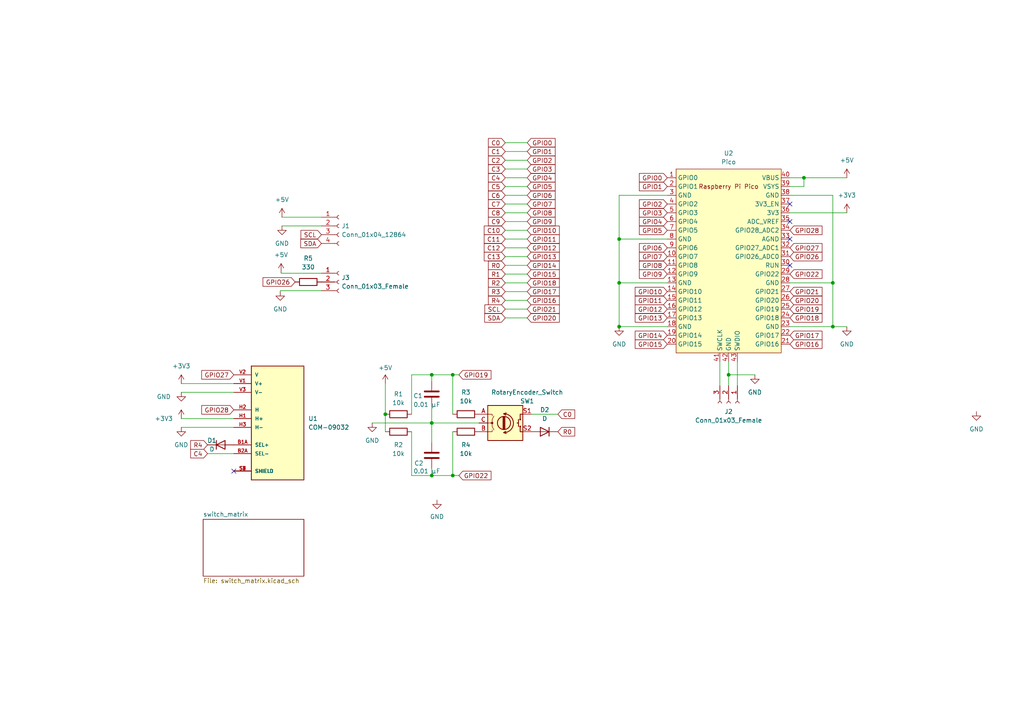
<source format=kicad_sch>
(kicad_sch (version 20211123) (generator eeschema)

  (uuid bae0810c-de5c-4877-9e50-ea2ffd613142)

  (paper "A4")

  (title_block
    (title "Pico Prototype Keyboard 65%")
    (comment 1 "Ver 0.2")
    (comment 2 "CC BY-SA 4.0")
    (comment 3 "https://github.com/zli117/Pico-Keyboard-V1")
  )

  (lib_symbols
    (symbol "COM-09032_1" (pin_names (offset 1.016)) (in_bom yes) (on_board yes)
      (property "Reference" "U" (id 0) (at -7.62 16.002 0)
        (effects (font (size 1.27 1.27)) (justify left bottom))
      )
      (property "Value" "COM-09032_1" (id 1) (at -7.62 -20.32 0)
        (effects (font (size 1.27 1.27)) (justify left bottom))
      )
      (property "Footprint" "XDCR_COM-09032" (id 2) (at 0 0 0)
        (effects (font (size 1.27 1.27)) (justify left bottom) hide)
      )
      (property "Datasheet" "" (id 3) (at 0 0 0)
        (effects (font (size 1.27 1.27)) (justify left bottom) hide)
      )
      (property "PARTREV" "N/A" (id 4) (at 0 0 0)
        (effects (font (size 1.27 1.27)) (justify left bottom) hide)
      )
      (property "MANUFACTURER" "SparkFun Electronics" (id 5) (at 0 0 0)
        (effects (font (size 1.27 1.27)) (justify left bottom) hide)
      )
      (property "STANDARD" "Manufacturer Recommendations" (id 6) (at 0 0 0)
        (effects (font (size 1.27 1.27)) (justify left bottom) hide)
      )
      (property "MAXIMUM_PACKAGE_HEIGHT" "30.1mm" (id 7) (at 0 0 0)
        (effects (font (size 1.27 1.27)) (justify left bottom) hide)
      )
      (property "ki_locked" "" (id 8) (at 0 0 0)
        (effects (font (size 1.27 1.27)))
      )
      (symbol "COM-09032_1_0_0"
        (rectangle (start -7.62 -17.78) (end 7.62 15.24)
          (stroke (width 0.254) (type default) (color 0 0 0 0))
          (fill (type background))
        )
        (pin passive line (at -12.7 -7.62 0) (length 5.08)
          (name "SEL+" (effects (font (size 1.016 1.016))))
          (number "B1A" (effects (font (size 1.016 1.016))))
        )
        (pin passive line (at -12.7 -10.16 0) (length 5.08)
          (name "SEL-" (effects (font (size 1.016 1.016))))
          (number "B2A" (effects (font (size 1.016 1.016))))
        )
        (pin passive line (at -12.7 0 0) (length 5.08)
          (name "H+" (effects (font (size 1.016 1.016))))
          (number "H1" (effects (font (size 1.016 1.016))))
        )
        (pin passive line (at -12.7 2.54 0) (length 5.08)
          (name "H" (effects (font (size 1.016 1.016))))
          (number "H2" (effects (font (size 1.016 1.016))))
        )
        (pin passive line (at -12.7 -2.54 0) (length 5.08)
          (name "H-" (effects (font (size 1.016 1.016))))
          (number "H3" (effects (font (size 1.016 1.016))))
        )
        (pin passive line (at -12.7 -15.24 0) (length 5.08)
          (name "SHIELD" (effects (font (size 1.016 1.016))))
          (number "S1" (effects (font (size 1.016 1.016))))
        )
        (pin passive line (at -12.7 -15.24 0) (length 5.08)
          (name "SHIELD" (effects (font (size 1.016 1.016))))
          (number "S2" (effects (font (size 1.016 1.016))))
        )
        (pin passive line (at -12.7 -15.24 0) (length 5.08)
          (name "SHIELD" (effects (font (size 1.016 1.016))))
          (number "S3" (effects (font (size 1.016 1.016))))
        )
        (pin passive line (at -12.7 -15.24 0) (length 5.08)
          (name "SHIELD" (effects (font (size 1.016 1.016))))
          (number "S4" (effects (font (size 1.016 1.016))))
        )
        (pin passive line (at -12.7 10.16 0) (length 5.08)
          (name "V+" (effects (font (size 1.016 1.016))))
          (number "V1" (effects (font (size 1.016 1.016))))
        )
        (pin passive line (at -12.7 12.7 0) (length 5.08)
          (name "V" (effects (font (size 1.016 1.016))))
          (number "V2" (effects (font (size 1.016 1.016))))
        )
        (pin passive line (at -12.7 7.62 0) (length 5.08)
          (name "V-" (effects (font (size 1.016 1.016))))
          (number "V3" (effects (font (size 1.016 1.016))))
        )
      )
    )
    (symbol "Connector:Conn_01x03_Female" (pin_names (offset 1.016) hide) (in_bom yes) (on_board yes)
      (property "Reference" "J" (id 0) (at 0 5.08 0)
        (effects (font (size 1.27 1.27)))
      )
      (property "Value" "Conn_01x03_Female" (id 1) (at 0 -5.08 0)
        (effects (font (size 1.27 1.27)))
      )
      (property "Footprint" "" (id 2) (at 0 0 0)
        (effects (font (size 1.27 1.27)) hide)
      )
      (property "Datasheet" "~" (id 3) (at 0 0 0)
        (effects (font (size 1.27 1.27)) hide)
      )
      (property "ki_keywords" "connector" (id 4) (at 0 0 0)
        (effects (font (size 1.27 1.27)) hide)
      )
      (property "ki_description" "Generic connector, single row, 01x03, script generated (kicad-library-utils/schlib/autogen/connector/)" (id 5) (at 0 0 0)
        (effects (font (size 1.27 1.27)) hide)
      )
      (property "ki_fp_filters" "Connector*:*_1x??_*" (id 6) (at 0 0 0)
        (effects (font (size 1.27 1.27)) hide)
      )
      (symbol "Conn_01x03_Female_1_1"
        (arc (start 0 -2.032) (mid -0.508 -2.54) (end 0 -3.048)
          (stroke (width 0.1524) (type default) (color 0 0 0 0))
          (fill (type none))
        )
        (polyline
          (pts
            (xy -1.27 -2.54)
            (xy -0.508 -2.54)
          )
          (stroke (width 0.1524) (type default) (color 0 0 0 0))
          (fill (type none))
        )
        (polyline
          (pts
            (xy -1.27 0)
            (xy -0.508 0)
          )
          (stroke (width 0.1524) (type default) (color 0 0 0 0))
          (fill (type none))
        )
        (polyline
          (pts
            (xy -1.27 2.54)
            (xy -0.508 2.54)
          )
          (stroke (width 0.1524) (type default) (color 0 0 0 0))
          (fill (type none))
        )
        (arc (start 0 0.508) (mid -0.508 0) (end 0 -0.508)
          (stroke (width 0.1524) (type default) (color 0 0 0 0))
          (fill (type none))
        )
        (arc (start 0 3.048) (mid -0.508 2.54) (end 0 2.032)
          (stroke (width 0.1524) (type default) (color 0 0 0 0))
          (fill (type none))
        )
        (pin passive line (at -5.08 2.54 0) (length 3.81)
          (name "Pin_1" (effects (font (size 1.27 1.27))))
          (number "1" (effects (font (size 1.27 1.27))))
        )
        (pin passive line (at -5.08 0 0) (length 3.81)
          (name "Pin_2" (effects (font (size 1.27 1.27))))
          (number "2" (effects (font (size 1.27 1.27))))
        )
        (pin passive line (at -5.08 -2.54 0) (length 3.81)
          (name "Pin_3" (effects (font (size 1.27 1.27))))
          (number "3" (effects (font (size 1.27 1.27))))
        )
      )
    )
    (symbol "Connector:Conn_01x04_Female" (pin_names (offset 1.016) hide) (in_bom yes) (on_board yes)
      (property "Reference" "J" (id 0) (at 0 5.08 0)
        (effects (font (size 1.27 1.27)))
      )
      (property "Value" "Conn_01x04_Female" (id 1) (at 0 -7.62 0)
        (effects (font (size 1.27 1.27)))
      )
      (property "Footprint" "" (id 2) (at 0 0 0)
        (effects (font (size 1.27 1.27)) hide)
      )
      (property "Datasheet" "~" (id 3) (at 0 0 0)
        (effects (font (size 1.27 1.27)) hide)
      )
      (property "ki_keywords" "connector" (id 4) (at 0 0 0)
        (effects (font (size 1.27 1.27)) hide)
      )
      (property "ki_description" "Generic connector, single row, 01x04, script generated (kicad-library-utils/schlib/autogen/connector/)" (id 5) (at 0 0 0)
        (effects (font (size 1.27 1.27)) hide)
      )
      (property "ki_fp_filters" "Connector*:*_1x??_*" (id 6) (at 0 0 0)
        (effects (font (size 1.27 1.27)) hide)
      )
      (symbol "Conn_01x04_Female_1_1"
        (arc (start 0 -4.572) (mid -0.508 -5.08) (end 0 -5.588)
          (stroke (width 0.1524) (type default) (color 0 0 0 0))
          (fill (type none))
        )
        (arc (start 0 -2.032) (mid -0.508 -2.54) (end 0 -3.048)
          (stroke (width 0.1524) (type default) (color 0 0 0 0))
          (fill (type none))
        )
        (polyline
          (pts
            (xy -1.27 -5.08)
            (xy -0.508 -5.08)
          )
          (stroke (width 0.1524) (type default) (color 0 0 0 0))
          (fill (type none))
        )
        (polyline
          (pts
            (xy -1.27 -2.54)
            (xy -0.508 -2.54)
          )
          (stroke (width 0.1524) (type default) (color 0 0 0 0))
          (fill (type none))
        )
        (polyline
          (pts
            (xy -1.27 0)
            (xy -0.508 0)
          )
          (stroke (width 0.1524) (type default) (color 0 0 0 0))
          (fill (type none))
        )
        (polyline
          (pts
            (xy -1.27 2.54)
            (xy -0.508 2.54)
          )
          (stroke (width 0.1524) (type default) (color 0 0 0 0))
          (fill (type none))
        )
        (arc (start 0 0.508) (mid -0.508 0) (end 0 -0.508)
          (stroke (width 0.1524) (type default) (color 0 0 0 0))
          (fill (type none))
        )
        (arc (start 0 3.048) (mid -0.508 2.54) (end 0 2.032)
          (stroke (width 0.1524) (type default) (color 0 0 0 0))
          (fill (type none))
        )
        (pin passive line (at -5.08 2.54 0) (length 3.81)
          (name "Pin_1" (effects (font (size 1.27 1.27))))
          (number "1" (effects (font (size 1.27 1.27))))
        )
        (pin passive line (at -5.08 0 0) (length 3.81)
          (name "Pin_2" (effects (font (size 1.27 1.27))))
          (number "2" (effects (font (size 1.27 1.27))))
        )
        (pin passive line (at -5.08 -2.54 0) (length 3.81)
          (name "Pin_3" (effects (font (size 1.27 1.27))))
          (number "3" (effects (font (size 1.27 1.27))))
        )
        (pin passive line (at -5.08 -5.08 0) (length 3.81)
          (name "Pin_4" (effects (font (size 1.27 1.27))))
          (number "4" (effects (font (size 1.27 1.27))))
        )
      )
    )
    (symbol "Device:C" (pin_numbers hide) (pin_names (offset 0.254)) (in_bom yes) (on_board yes)
      (property "Reference" "C" (id 0) (at 0.635 2.54 0)
        (effects (font (size 1.27 1.27)) (justify left))
      )
      (property "Value" "C" (id 1) (at 0.635 -2.54 0)
        (effects (font (size 1.27 1.27)) (justify left))
      )
      (property "Footprint" "" (id 2) (at 0.9652 -3.81 0)
        (effects (font (size 1.27 1.27)) hide)
      )
      (property "Datasheet" "~" (id 3) (at 0 0 0)
        (effects (font (size 1.27 1.27)) hide)
      )
      (property "ki_keywords" "cap capacitor" (id 4) (at 0 0 0)
        (effects (font (size 1.27 1.27)) hide)
      )
      (property "ki_description" "Unpolarized capacitor" (id 5) (at 0 0 0)
        (effects (font (size 1.27 1.27)) hide)
      )
      (property "ki_fp_filters" "C_*" (id 6) (at 0 0 0)
        (effects (font (size 1.27 1.27)) hide)
      )
      (symbol "C_0_1"
        (polyline
          (pts
            (xy -2.032 -0.762)
            (xy 2.032 -0.762)
          )
          (stroke (width 0.508) (type default) (color 0 0 0 0))
          (fill (type none))
        )
        (polyline
          (pts
            (xy -2.032 0.762)
            (xy 2.032 0.762)
          )
          (stroke (width 0.508) (type default) (color 0 0 0 0))
          (fill (type none))
        )
      )
      (symbol "C_1_1"
        (pin passive line (at 0 3.81 270) (length 2.794)
          (name "~" (effects (font (size 1.27 1.27))))
          (number "1" (effects (font (size 1.27 1.27))))
        )
        (pin passive line (at 0 -3.81 90) (length 2.794)
          (name "~" (effects (font (size 1.27 1.27))))
          (number "2" (effects (font (size 1.27 1.27))))
        )
      )
    )
    (symbol "Device:D" (pin_numbers hide) (pin_names (offset 1.016) hide) (in_bom yes) (on_board yes)
      (property "Reference" "D" (id 0) (at 0 2.54 0)
        (effects (font (size 1.27 1.27)))
      )
      (property "Value" "D" (id 1) (at 0 -2.54 0)
        (effects (font (size 1.27 1.27)))
      )
      (property "Footprint" "" (id 2) (at 0 0 0)
        (effects (font (size 1.27 1.27)) hide)
      )
      (property "Datasheet" "~" (id 3) (at 0 0 0)
        (effects (font (size 1.27 1.27)) hide)
      )
      (property "ki_keywords" "diode" (id 4) (at 0 0 0)
        (effects (font (size 1.27 1.27)) hide)
      )
      (property "ki_description" "Diode" (id 5) (at 0 0 0)
        (effects (font (size 1.27 1.27)) hide)
      )
      (property "ki_fp_filters" "TO-???* *_Diode_* *SingleDiode* D_*" (id 6) (at 0 0 0)
        (effects (font (size 1.27 1.27)) hide)
      )
      (symbol "D_0_1"
        (polyline
          (pts
            (xy -1.27 1.27)
            (xy -1.27 -1.27)
          )
          (stroke (width 0.254) (type default) (color 0 0 0 0))
          (fill (type none))
        )
        (polyline
          (pts
            (xy 1.27 0)
            (xy -1.27 0)
          )
          (stroke (width 0) (type default) (color 0 0 0 0))
          (fill (type none))
        )
        (polyline
          (pts
            (xy 1.27 1.27)
            (xy 1.27 -1.27)
            (xy -1.27 0)
            (xy 1.27 1.27)
          )
          (stroke (width 0.254) (type default) (color 0 0 0 0))
          (fill (type none))
        )
      )
      (symbol "D_1_1"
        (pin passive line (at -3.81 0 0) (length 2.54)
          (name "K" (effects (font (size 1.27 1.27))))
          (number "1" (effects (font (size 1.27 1.27))))
        )
        (pin passive line (at 3.81 0 180) (length 2.54)
          (name "A" (effects (font (size 1.27 1.27))))
          (number "2" (effects (font (size 1.27 1.27))))
        )
      )
    )
    (symbol "Device:R" (pin_numbers hide) (pin_names (offset 0)) (in_bom yes) (on_board yes)
      (property "Reference" "R" (id 0) (at 2.032 0 90)
        (effects (font (size 1.27 1.27)))
      )
      (property "Value" "R" (id 1) (at 0 0 90)
        (effects (font (size 1.27 1.27)))
      )
      (property "Footprint" "" (id 2) (at -1.778 0 90)
        (effects (font (size 1.27 1.27)) hide)
      )
      (property "Datasheet" "~" (id 3) (at 0 0 0)
        (effects (font (size 1.27 1.27)) hide)
      )
      (property "ki_keywords" "R res resistor" (id 4) (at 0 0 0)
        (effects (font (size 1.27 1.27)) hide)
      )
      (property "ki_description" "Resistor" (id 5) (at 0 0 0)
        (effects (font (size 1.27 1.27)) hide)
      )
      (property "ki_fp_filters" "R_*" (id 6) (at 0 0 0)
        (effects (font (size 1.27 1.27)) hide)
      )
      (symbol "R_0_1"
        (rectangle (start -1.016 -2.54) (end 1.016 2.54)
          (stroke (width 0.254) (type default) (color 0 0 0 0))
          (fill (type none))
        )
      )
      (symbol "R_1_1"
        (pin passive line (at 0 3.81 270) (length 1.27)
          (name "~" (effects (font (size 1.27 1.27))))
          (number "1" (effects (font (size 1.27 1.27))))
        )
        (pin passive line (at 0 -3.81 90) (length 1.27)
          (name "~" (effects (font (size 1.27 1.27))))
          (number "2" (effects (font (size 1.27 1.27))))
        )
      )
    )
    (symbol "Device:RotaryEncoder_Switch" (pin_names (offset 0.254) hide) (in_bom yes) (on_board yes)
      (property "Reference" "SW" (id 0) (at 0 6.604 0)
        (effects (font (size 1.27 1.27)))
      )
      (property "Value" "RotaryEncoder_Switch" (id 1) (at 0 -6.604 0)
        (effects (font (size 1.27 1.27)))
      )
      (property "Footprint" "" (id 2) (at -3.81 4.064 0)
        (effects (font (size 1.27 1.27)) hide)
      )
      (property "Datasheet" "~" (id 3) (at 0 6.604 0)
        (effects (font (size 1.27 1.27)) hide)
      )
      (property "ki_keywords" "rotary switch encoder switch push button" (id 4) (at 0 0 0)
        (effects (font (size 1.27 1.27)) hide)
      )
      (property "ki_description" "Rotary encoder, dual channel, incremental quadrate outputs, with switch" (id 5) (at 0 0 0)
        (effects (font (size 1.27 1.27)) hide)
      )
      (property "ki_fp_filters" "RotaryEncoder*Switch*" (id 6) (at 0 0 0)
        (effects (font (size 1.27 1.27)) hide)
      )
      (symbol "RotaryEncoder_Switch_0_1"
        (rectangle (start -5.08 5.08) (end 5.08 -5.08)
          (stroke (width 0.254) (type default) (color 0 0 0 0))
          (fill (type background))
        )
        (circle (center -3.81 0) (radius 0.254)
          (stroke (width 0) (type default) (color 0 0 0 0))
          (fill (type outline))
        )
        (arc (start -0.381 -2.794) (mid 2.3622 -0.0508) (end -0.381 2.667)
          (stroke (width 0.254) (type default) (color 0 0 0 0))
          (fill (type none))
        )
        (circle (center -0.381 0) (radius 1.905)
          (stroke (width 0.254) (type default) (color 0 0 0 0))
          (fill (type none))
        )
        (polyline
          (pts
            (xy -0.635 -1.778)
            (xy -0.635 1.778)
          )
          (stroke (width 0.254) (type default) (color 0 0 0 0))
          (fill (type none))
        )
        (polyline
          (pts
            (xy -0.381 -1.778)
            (xy -0.381 1.778)
          )
          (stroke (width 0.254) (type default) (color 0 0 0 0))
          (fill (type none))
        )
        (polyline
          (pts
            (xy -0.127 1.778)
            (xy -0.127 -1.778)
          )
          (stroke (width 0.254) (type default) (color 0 0 0 0))
          (fill (type none))
        )
        (polyline
          (pts
            (xy 3.81 0)
            (xy 3.429 0)
          )
          (stroke (width 0.254) (type default) (color 0 0 0 0))
          (fill (type none))
        )
        (polyline
          (pts
            (xy 3.81 1.016)
            (xy 3.81 -1.016)
          )
          (stroke (width 0.254) (type default) (color 0 0 0 0))
          (fill (type none))
        )
        (polyline
          (pts
            (xy -5.08 -2.54)
            (xy -3.81 -2.54)
            (xy -3.81 -2.032)
          )
          (stroke (width 0) (type default) (color 0 0 0 0))
          (fill (type none))
        )
        (polyline
          (pts
            (xy -5.08 2.54)
            (xy -3.81 2.54)
            (xy -3.81 2.032)
          )
          (stroke (width 0) (type default) (color 0 0 0 0))
          (fill (type none))
        )
        (polyline
          (pts
            (xy 0.254 -3.048)
            (xy -0.508 -2.794)
            (xy 0.127 -2.413)
          )
          (stroke (width 0.254) (type default) (color 0 0 0 0))
          (fill (type none))
        )
        (polyline
          (pts
            (xy 0.254 2.921)
            (xy -0.508 2.667)
            (xy 0.127 2.286)
          )
          (stroke (width 0.254) (type default) (color 0 0 0 0))
          (fill (type none))
        )
        (polyline
          (pts
            (xy 5.08 -2.54)
            (xy 4.318 -2.54)
            (xy 4.318 -1.016)
          )
          (stroke (width 0.254) (type default) (color 0 0 0 0))
          (fill (type none))
        )
        (polyline
          (pts
            (xy 5.08 2.54)
            (xy 4.318 2.54)
            (xy 4.318 1.016)
          )
          (stroke (width 0.254) (type default) (color 0 0 0 0))
          (fill (type none))
        )
        (polyline
          (pts
            (xy -5.08 0)
            (xy -3.81 0)
            (xy -3.81 -1.016)
            (xy -3.302 -2.032)
          )
          (stroke (width 0) (type default) (color 0 0 0 0))
          (fill (type none))
        )
        (polyline
          (pts
            (xy -4.318 0)
            (xy -3.81 0)
            (xy -3.81 1.016)
            (xy -3.302 2.032)
          )
          (stroke (width 0) (type default) (color 0 0 0 0))
          (fill (type none))
        )
        (circle (center 4.318 -1.016) (radius 0.127)
          (stroke (width 0.254) (type default) (color 0 0 0 0))
          (fill (type none))
        )
        (circle (center 4.318 1.016) (radius 0.127)
          (stroke (width 0.254) (type default) (color 0 0 0 0))
          (fill (type none))
        )
      )
      (symbol "RotaryEncoder_Switch_1_1"
        (pin passive line (at -7.62 2.54 0) (length 2.54)
          (name "A" (effects (font (size 1.27 1.27))))
          (number "A" (effects (font (size 1.27 1.27))))
        )
        (pin passive line (at -7.62 -2.54 0) (length 2.54)
          (name "B" (effects (font (size 1.27 1.27))))
          (number "B" (effects (font (size 1.27 1.27))))
        )
        (pin passive line (at -7.62 0 0) (length 2.54)
          (name "C" (effects (font (size 1.27 1.27))))
          (number "C" (effects (font (size 1.27 1.27))))
        )
        (pin passive line (at 7.62 2.54 180) (length 2.54)
          (name "S1" (effects (font (size 1.27 1.27))))
          (number "S1" (effects (font (size 1.27 1.27))))
        )
        (pin passive line (at 7.62 -2.54 180) (length 2.54)
          (name "S2" (effects (font (size 1.27 1.27))))
          (number "S2" (effects (font (size 1.27 1.27))))
        )
      )
    )
    (symbol "MCU_RaspberryPi_and_Boards:Pico" (in_bom yes) (on_board yes)
      (property "Reference" "U" (id 0) (at -13.97 27.94 0)
        (effects (font (size 1.27 1.27)))
      )
      (property "Value" "Pico" (id 1) (at 0 19.05 0)
        (effects (font (size 1.27 1.27)))
      )
      (property "Footprint" "RPi_Pico:RPi_Pico_SMD_TH" (id 2) (at 0 0 90)
        (effects (font (size 1.27 1.27)) hide)
      )
      (property "Datasheet" "" (id 3) (at 0 0 0)
        (effects (font (size 1.27 1.27)) hide)
      )
      (symbol "Pico_0_0"
        (text "Raspberry Pi Pico" (at 0 21.59 0)
          (effects (font (size 1.27 1.27)))
        )
      )
      (symbol "Pico_0_1"
        (rectangle (start -15.24 26.67) (end 15.24 -26.67)
          (stroke (width 0) (type default) (color 0 0 0 0))
          (fill (type background))
        )
      )
      (symbol "Pico_1_1"
        (pin bidirectional line (at -17.78 24.13 0) (length 2.54)
          (name "GPIO0" (effects (font (size 1.27 1.27))))
          (number "1" (effects (font (size 1.27 1.27))))
        )
        (pin bidirectional line (at -17.78 1.27 0) (length 2.54)
          (name "GPIO7" (effects (font (size 1.27 1.27))))
          (number "10" (effects (font (size 1.27 1.27))))
        )
        (pin bidirectional line (at -17.78 -1.27 0) (length 2.54)
          (name "GPIO8" (effects (font (size 1.27 1.27))))
          (number "11" (effects (font (size 1.27 1.27))))
        )
        (pin bidirectional line (at -17.78 -3.81 0) (length 2.54)
          (name "GPIO9" (effects (font (size 1.27 1.27))))
          (number "12" (effects (font (size 1.27 1.27))))
        )
        (pin power_in line (at -17.78 -6.35 0) (length 2.54)
          (name "GND" (effects (font (size 1.27 1.27))))
          (number "13" (effects (font (size 1.27 1.27))))
        )
        (pin bidirectional line (at -17.78 -8.89 0) (length 2.54)
          (name "GPIO10" (effects (font (size 1.27 1.27))))
          (number "14" (effects (font (size 1.27 1.27))))
        )
        (pin bidirectional line (at -17.78 -11.43 0) (length 2.54)
          (name "GPIO11" (effects (font (size 1.27 1.27))))
          (number "15" (effects (font (size 1.27 1.27))))
        )
        (pin bidirectional line (at -17.78 -13.97 0) (length 2.54)
          (name "GPIO12" (effects (font (size 1.27 1.27))))
          (number "16" (effects (font (size 1.27 1.27))))
        )
        (pin bidirectional line (at -17.78 -16.51 0) (length 2.54)
          (name "GPIO13" (effects (font (size 1.27 1.27))))
          (number "17" (effects (font (size 1.27 1.27))))
        )
        (pin power_in line (at -17.78 -19.05 0) (length 2.54)
          (name "GND" (effects (font (size 1.27 1.27))))
          (number "18" (effects (font (size 1.27 1.27))))
        )
        (pin bidirectional line (at -17.78 -21.59 0) (length 2.54)
          (name "GPIO14" (effects (font (size 1.27 1.27))))
          (number "19" (effects (font (size 1.27 1.27))))
        )
        (pin bidirectional line (at -17.78 21.59 0) (length 2.54)
          (name "GPIO1" (effects (font (size 1.27 1.27))))
          (number "2" (effects (font (size 1.27 1.27))))
        )
        (pin bidirectional line (at -17.78 -24.13 0) (length 2.54)
          (name "GPIO15" (effects (font (size 1.27 1.27))))
          (number "20" (effects (font (size 1.27 1.27))))
        )
        (pin bidirectional line (at 17.78 -24.13 180) (length 2.54)
          (name "GPIO16" (effects (font (size 1.27 1.27))))
          (number "21" (effects (font (size 1.27 1.27))))
        )
        (pin bidirectional line (at 17.78 -21.59 180) (length 2.54)
          (name "GPIO17" (effects (font (size 1.27 1.27))))
          (number "22" (effects (font (size 1.27 1.27))))
        )
        (pin power_in line (at 17.78 -19.05 180) (length 2.54)
          (name "GND" (effects (font (size 1.27 1.27))))
          (number "23" (effects (font (size 1.27 1.27))))
        )
        (pin bidirectional line (at 17.78 -16.51 180) (length 2.54)
          (name "GPIO18" (effects (font (size 1.27 1.27))))
          (number "24" (effects (font (size 1.27 1.27))))
        )
        (pin bidirectional line (at 17.78 -13.97 180) (length 2.54)
          (name "GPIO19" (effects (font (size 1.27 1.27))))
          (number "25" (effects (font (size 1.27 1.27))))
        )
        (pin bidirectional line (at 17.78 -11.43 180) (length 2.54)
          (name "GPIO20" (effects (font (size 1.27 1.27))))
          (number "26" (effects (font (size 1.27 1.27))))
        )
        (pin bidirectional line (at 17.78 -8.89 180) (length 2.54)
          (name "GPIO21" (effects (font (size 1.27 1.27))))
          (number "27" (effects (font (size 1.27 1.27))))
        )
        (pin power_in line (at 17.78 -6.35 180) (length 2.54)
          (name "GND" (effects (font (size 1.27 1.27))))
          (number "28" (effects (font (size 1.27 1.27))))
        )
        (pin bidirectional line (at 17.78 -3.81 180) (length 2.54)
          (name "GPIO22" (effects (font (size 1.27 1.27))))
          (number "29" (effects (font (size 1.27 1.27))))
        )
        (pin power_in line (at -17.78 19.05 0) (length 2.54)
          (name "GND" (effects (font (size 1.27 1.27))))
          (number "3" (effects (font (size 1.27 1.27))))
        )
        (pin input line (at 17.78 -1.27 180) (length 2.54)
          (name "RUN" (effects (font (size 1.27 1.27))))
          (number "30" (effects (font (size 1.27 1.27))))
        )
        (pin bidirectional line (at 17.78 1.27 180) (length 2.54)
          (name "GPIO26_ADC0" (effects (font (size 1.27 1.27))))
          (number "31" (effects (font (size 1.27 1.27))))
        )
        (pin bidirectional line (at 17.78 3.81 180) (length 2.54)
          (name "GPIO27_ADC1" (effects (font (size 1.27 1.27))))
          (number "32" (effects (font (size 1.27 1.27))))
        )
        (pin power_in line (at 17.78 6.35 180) (length 2.54)
          (name "AGND" (effects (font (size 1.27 1.27))))
          (number "33" (effects (font (size 1.27 1.27))))
        )
        (pin bidirectional line (at 17.78 8.89 180) (length 2.54)
          (name "GPIO28_ADC2" (effects (font (size 1.27 1.27))))
          (number "34" (effects (font (size 1.27 1.27))))
        )
        (pin power_in line (at 17.78 11.43 180) (length 2.54)
          (name "ADC_VREF" (effects (font (size 1.27 1.27))))
          (number "35" (effects (font (size 1.27 1.27))))
        )
        (pin power_in line (at 17.78 13.97 180) (length 2.54)
          (name "3V3" (effects (font (size 1.27 1.27))))
          (number "36" (effects (font (size 1.27 1.27))))
        )
        (pin input line (at 17.78 16.51 180) (length 2.54)
          (name "3V3_EN" (effects (font (size 1.27 1.27))))
          (number "37" (effects (font (size 1.27 1.27))))
        )
        (pin bidirectional line (at 17.78 19.05 180) (length 2.54)
          (name "GND" (effects (font (size 1.27 1.27))))
          (number "38" (effects (font (size 1.27 1.27))))
        )
        (pin power_in line (at 17.78 21.59 180) (length 2.54)
          (name "VSYS" (effects (font (size 1.27 1.27))))
          (number "39" (effects (font (size 1.27 1.27))))
        )
        (pin bidirectional line (at -17.78 16.51 0) (length 2.54)
          (name "GPIO2" (effects (font (size 1.27 1.27))))
          (number "4" (effects (font (size 1.27 1.27))))
        )
        (pin power_in line (at 17.78 24.13 180) (length 2.54)
          (name "VBUS" (effects (font (size 1.27 1.27))))
          (number "40" (effects (font (size 1.27 1.27))))
        )
        (pin input line (at -2.54 -29.21 90) (length 2.54)
          (name "SWCLK" (effects (font (size 1.27 1.27))))
          (number "41" (effects (font (size 1.27 1.27))))
        )
        (pin power_in line (at 0 -29.21 90) (length 2.54)
          (name "GND" (effects (font (size 1.27 1.27))))
          (number "42" (effects (font (size 1.27 1.27))))
        )
        (pin bidirectional line (at 2.54 -29.21 90) (length 2.54)
          (name "SWDIO" (effects (font (size 1.27 1.27))))
          (number "43" (effects (font (size 1.27 1.27))))
        )
        (pin bidirectional line (at -17.78 13.97 0) (length 2.54)
          (name "GPIO3" (effects (font (size 1.27 1.27))))
          (number "5" (effects (font (size 1.27 1.27))))
        )
        (pin bidirectional line (at -17.78 11.43 0) (length 2.54)
          (name "GPIO4" (effects (font (size 1.27 1.27))))
          (number "6" (effects (font (size 1.27 1.27))))
        )
        (pin bidirectional line (at -17.78 8.89 0) (length 2.54)
          (name "GPIO5" (effects (font (size 1.27 1.27))))
          (number "7" (effects (font (size 1.27 1.27))))
        )
        (pin power_in line (at -17.78 6.35 0) (length 2.54)
          (name "GND" (effects (font (size 1.27 1.27))))
          (number "8" (effects (font (size 1.27 1.27))))
        )
        (pin bidirectional line (at -17.78 3.81 0) (length 2.54)
          (name "GPIO6" (effects (font (size 1.27 1.27))))
          (number "9" (effects (font (size 1.27 1.27))))
        )
      )
    )
    (symbol "power:+3.3V" (power) (pin_names (offset 0)) (in_bom yes) (on_board yes)
      (property "Reference" "#PWR" (id 0) (at 0 -3.81 0)
        (effects (font (size 1.27 1.27)) hide)
      )
      (property "Value" "+3.3V" (id 1) (at 0 3.556 0)
        (effects (font (size 1.27 1.27)))
      )
      (property "Footprint" "" (id 2) (at 0 0 0)
        (effects (font (size 1.27 1.27)) hide)
      )
      (property "Datasheet" "" (id 3) (at 0 0 0)
        (effects (font (size 1.27 1.27)) hide)
      )
      (property "ki_keywords" "power-flag" (id 4) (at 0 0 0)
        (effects (font (size 1.27 1.27)) hide)
      )
      (property "ki_description" "Power symbol creates a global label with name \"+3.3V\"" (id 5) (at 0 0 0)
        (effects (font (size 1.27 1.27)) hide)
      )
      (symbol "+3.3V_0_1"
        (polyline
          (pts
            (xy -0.762 1.27)
            (xy 0 2.54)
          )
          (stroke (width 0) (type default) (color 0 0 0 0))
          (fill (type none))
        )
        (polyline
          (pts
            (xy 0 0)
            (xy 0 2.54)
          )
          (stroke (width 0) (type default) (color 0 0 0 0))
          (fill (type none))
        )
        (polyline
          (pts
            (xy 0 2.54)
            (xy 0.762 1.27)
          )
          (stroke (width 0) (type default) (color 0 0 0 0))
          (fill (type none))
        )
      )
      (symbol "+3.3V_1_1"
        (pin power_in line (at 0 0 90) (length 0) hide
          (name "+3V3" (effects (font (size 1.27 1.27))))
          (number "1" (effects (font (size 1.27 1.27))))
        )
      )
    )
    (symbol "power:+3V3" (power) (pin_names (offset 0)) (in_bom yes) (on_board yes)
      (property "Reference" "#PWR" (id 0) (at 0 -3.81 0)
        (effects (font (size 1.27 1.27)) hide)
      )
      (property "Value" "+3V3" (id 1) (at 0 3.556 0)
        (effects (font (size 1.27 1.27)))
      )
      (property "Footprint" "" (id 2) (at 0 0 0)
        (effects (font (size 1.27 1.27)) hide)
      )
      (property "Datasheet" "" (id 3) (at 0 0 0)
        (effects (font (size 1.27 1.27)) hide)
      )
      (property "ki_keywords" "power-flag" (id 4) (at 0 0 0)
        (effects (font (size 1.27 1.27)) hide)
      )
      (property "ki_description" "Power symbol creates a global label with name \"+3V3\"" (id 5) (at 0 0 0)
        (effects (font (size 1.27 1.27)) hide)
      )
      (symbol "+3V3_0_1"
        (polyline
          (pts
            (xy -0.762 1.27)
            (xy 0 2.54)
          )
          (stroke (width 0) (type default) (color 0 0 0 0))
          (fill (type none))
        )
        (polyline
          (pts
            (xy 0 0)
            (xy 0 2.54)
          )
          (stroke (width 0) (type default) (color 0 0 0 0))
          (fill (type none))
        )
        (polyline
          (pts
            (xy 0 2.54)
            (xy 0.762 1.27)
          )
          (stroke (width 0) (type default) (color 0 0 0 0))
          (fill (type none))
        )
      )
      (symbol "+3V3_1_1"
        (pin power_in line (at 0 0 90) (length 0) hide
          (name "+3V3" (effects (font (size 1.27 1.27))))
          (number "1" (effects (font (size 1.27 1.27))))
        )
      )
    )
    (symbol "power:+5V" (power) (pin_names (offset 0)) (in_bom yes) (on_board yes)
      (property "Reference" "#PWR" (id 0) (at 0 -3.81 0)
        (effects (font (size 1.27 1.27)) hide)
      )
      (property "Value" "+5V" (id 1) (at 0 3.556 0)
        (effects (font (size 1.27 1.27)))
      )
      (property "Footprint" "" (id 2) (at 0 0 0)
        (effects (font (size 1.27 1.27)) hide)
      )
      (property "Datasheet" "" (id 3) (at 0 0 0)
        (effects (font (size 1.27 1.27)) hide)
      )
      (property "ki_keywords" "power-flag" (id 4) (at 0 0 0)
        (effects (font (size 1.27 1.27)) hide)
      )
      (property "ki_description" "Power symbol creates a global label with name \"+5V\"" (id 5) (at 0 0 0)
        (effects (font (size 1.27 1.27)) hide)
      )
      (symbol "+5V_0_1"
        (polyline
          (pts
            (xy -0.762 1.27)
            (xy 0 2.54)
          )
          (stroke (width 0) (type default) (color 0 0 0 0))
          (fill (type none))
        )
        (polyline
          (pts
            (xy 0 0)
            (xy 0 2.54)
          )
          (stroke (width 0) (type default) (color 0 0 0 0))
          (fill (type none))
        )
        (polyline
          (pts
            (xy 0 2.54)
            (xy 0.762 1.27)
          )
          (stroke (width 0) (type default) (color 0 0 0 0))
          (fill (type none))
        )
      )
      (symbol "+5V_1_1"
        (pin power_in line (at 0 0 90) (length 0) hide
          (name "+5V" (effects (font (size 1.27 1.27))))
          (number "1" (effects (font (size 1.27 1.27))))
        )
      )
    )
    (symbol "power:GND" (power) (pin_names (offset 0)) (in_bom yes) (on_board yes)
      (property "Reference" "#PWR" (id 0) (at 0 -6.35 0)
        (effects (font (size 1.27 1.27)) hide)
      )
      (property "Value" "GND" (id 1) (at 0 -3.81 0)
        (effects (font (size 1.27 1.27)))
      )
      (property "Footprint" "" (id 2) (at 0 0 0)
        (effects (font (size 1.27 1.27)) hide)
      )
      (property "Datasheet" "" (id 3) (at 0 0 0)
        (effects (font (size 1.27 1.27)) hide)
      )
      (property "ki_keywords" "power-flag" (id 4) (at 0 0 0)
        (effects (font (size 1.27 1.27)) hide)
      )
      (property "ki_description" "Power symbol creates a global label with name \"GND\" , ground" (id 5) (at 0 0 0)
        (effects (font (size 1.27 1.27)) hide)
      )
      (symbol "GND_0_1"
        (polyline
          (pts
            (xy 0 0)
            (xy 0 -1.27)
            (xy 1.27 -1.27)
            (xy 0 -2.54)
            (xy -1.27 -1.27)
            (xy 0 -1.27)
          )
          (stroke (width 0) (type default) (color 0 0 0 0))
          (fill (type none))
        )
      )
      (symbol "GND_1_1"
        (pin power_in line (at 0 0 270) (length 0) hide
          (name "GND" (effects (font (size 1.27 1.27))))
          (number "1" (effects (font (size 1.27 1.27))))
        )
      )
    )
  )

  (junction (at 233.172 51.562) (diameter 0) (color 0 0 0 0)
    (uuid 151dff9b-f80e-47d0-9f80-0f38f884de26)
  )
  (junction (at 179.578 82.042) (diameter 0) (color 0 0 0 0)
    (uuid 2a92231e-c4c9-4372-bead-d7da797afccd)
  )
  (junction (at 241.554 94.742) (diameter 0) (color 0 0 0 0)
    (uuid 3f622471-f7f9-4b6b-ad01-1c5dc71aa40b)
  )
  (junction (at 131.318 108.712) (diameter 0) (color 0 0 0 0)
    (uuid 5f3609af-3755-4a22-90ab-c1c66133cf12)
  )
  (junction (at 179.578 94.742) (diameter 0) (color 0 0 0 0)
    (uuid 61027d44-522b-458e-b2d1-ebe189107bbf)
  )
  (junction (at 131.318 137.922) (diameter 0) (color 0 0 0 0)
    (uuid 723aa936-5a8c-4553-aa7b-bc4ff675bf3d)
  )
  (junction (at 125.222 108.712) (diameter 0) (color 0 0 0 0)
    (uuid 79fa1d48-8fe0-42a4-ae36-3d087cf0050b)
  )
  (junction (at 125.222 137.922) (diameter 0) (color 0 0 0 0)
    (uuid 8f47248f-b235-4df0-90e7-5950714eb236)
  )
  (junction (at 111.76 120.142) (diameter 0) (color 0 0 0 0)
    (uuid 98457bf8-0903-4f2a-be9e-1bac92e20bf3)
  )
  (junction (at 241.554 82.042) (diameter 0) (color 0 0 0 0)
    (uuid c6fd534b-bf7b-4d3a-be5f-dd3e52329dd5)
  )
  (junction (at 125.222 122.682) (diameter 0) (color 0 0 0 0)
    (uuid e8fd5e8d-764e-4a0a-9fcd-423431bfe450)
  )
  (junction (at 211.328 108.712) (diameter 0) (color 0 0 0 0)
    (uuid f0ba7e05-9f8e-4ff2-a95f-8aec5ff15b5a)
  )
  (junction (at 179.578 69.342) (diameter 0) (color 0 0 0 0)
    (uuid f4f1475a-737c-4566-8d6d-acc467df58b5)
  )

  (no_connect (at 229.108 59.182) (uuid 32fb0ea6-f1e0-4c29-8a14-65fa55d3e702))
  (no_connect (at 229.108 64.262) (uuid 32fb0ea6-f1e0-4c29-8a14-65fa55d3e703))
  (no_connect (at 229.108 76.962) (uuid 32fb0ea6-f1e0-4c29-8a14-65fa55d3e704))
  (no_connect (at 229.108 69.342) (uuid 32fb0ea6-f1e0-4c29-8a14-65fa55d3e705))
  (no_connect (at 67.818 136.652) (uuid 32fb0ea6-f1e0-4c29-8a14-65fa55d3e706))

  (wire (pts (xy 146.558 59.182) (xy 152.908 59.182))
    (stroke (width 0) (type default) (color 0 0 0 0))
    (uuid 00762c37-a69d-4253-bef6-210a36fa9dd2)
  )
  (wire (pts (xy 193.548 56.642) (xy 179.578 56.642))
    (stroke (width 0) (type default) (color 0 0 0 0))
    (uuid 01070c97-f948-4240-a8ff-2932dabdf039)
  )
  (wire (pts (xy 179.578 82.042) (xy 179.578 94.742))
    (stroke (width 0) (type default) (color 0 0 0 0))
    (uuid 02c7733e-a4d8-4ff7-94a2-ed8a9563f628)
  )
  (wire (pts (xy 119.38 137.922) (xy 125.222 137.922))
    (stroke (width 0) (type default) (color 0 0 0 0))
    (uuid 0651cfd5-67bb-4456-9a6b-2f6a604647fd)
  )
  (wire (pts (xy 229.108 56.642) (xy 241.554 56.642))
    (stroke (width 0) (type default) (color 0 0 0 0))
    (uuid 16aab128-7392-4ed9-8d17-e174ddcf53d9)
  )
  (wire (pts (xy 146.558 79.502) (xy 152.908 79.502))
    (stroke (width 0) (type default) (color 0 0 0 0))
    (uuid 1954e7b1-cec6-4a42-a410-a8da67bdc6e5)
  )
  (wire (pts (xy 179.578 56.642) (xy 179.578 69.342))
    (stroke (width 0) (type default) (color 0 0 0 0))
    (uuid 1c2e3640-4df5-4a4f-a13d-bc6096ba3574)
  )
  (wire (pts (xy 93.218 84.328) (xy 81.28 84.328))
    (stroke (width 0) (type default) (color 0 0 0 0))
    (uuid 20f9eee6-7d87-4bad-a9d7-d28139a9d148)
  )
  (wire (pts (xy 93.218 79.248) (xy 81.534 79.248))
    (stroke (width 0) (type default) (color 0 0 0 0))
    (uuid 299ec30b-1a08-4286-b5e6-7a4dbd94f914)
  )
  (wire (pts (xy 107.95 122.682) (xy 125.222 122.682))
    (stroke (width 0) (type default) (color 0 0 0 0))
    (uuid 35de6a45-cde9-42f0-96b6-06913e12e609)
  )
  (wire (pts (xy 233.172 51.562) (xy 245.618 51.562))
    (stroke (width 0) (type default) (color 0 0 0 0))
    (uuid 3901f845-600e-49b3-b532-c97caba59c49)
  )
  (wire (pts (xy 125.222 118.11) (xy 125.222 122.682))
    (stroke (width 0) (type default) (color 0 0 0 0))
    (uuid 396bd649-6efa-4abc-881e-06291d95fb89)
  )
  (wire (pts (xy 146.558 46.482) (xy 152.908 46.482))
    (stroke (width 0) (type default) (color 0 0 0 0))
    (uuid 3af6d564-b00d-4ef7-848c-978320632cdc)
  )
  (wire (pts (xy 131.318 108.712) (xy 133.096 108.712))
    (stroke (width 0) (type default) (color 0 0 0 0))
    (uuid 3ed57575-2f85-414b-b7d7-845d1f337465)
  )
  (wire (pts (xy 125.222 108.712) (xy 125.222 110.49))
    (stroke (width 0) (type default) (color 0 0 0 0))
    (uuid 3f55bdae-138b-4911-b498-5f5e8e5d95a2)
  )
  (wire (pts (xy 241.554 94.742) (xy 245.618 94.742))
    (stroke (width 0) (type default) (color 0 0 0 0))
    (uuid 416b5863-0f03-4629-9ab6-9ef8fdabe6c4)
  )
  (wire (pts (xy 125.222 137.922) (xy 131.318 137.922))
    (stroke (width 0) (type default) (color 0 0 0 0))
    (uuid 429397e2-0594-4755-b765-ad7965a7e1cf)
  )
  (wire (pts (xy 131.318 125.222) (xy 131.318 137.922))
    (stroke (width 0) (type default) (color 0 0 0 0))
    (uuid 45c3483e-5ba3-4015-8a90-07870f52451a)
  )
  (wire (pts (xy 146.558 74.422) (xy 152.908 74.422))
    (stroke (width 0) (type default) (color 0 0 0 0))
    (uuid 4660a429-a018-4d56-85e8-699dc3f92d39)
  )
  (wire (pts (xy 229.108 94.742) (xy 241.554 94.742))
    (stroke (width 0) (type default) (color 0 0 0 0))
    (uuid 4be9f9a4-77b0-4f75-8d61-9f327afd665a)
  )
  (wire (pts (xy 233.172 54.102) (xy 233.172 51.562))
    (stroke (width 0) (type default) (color 0 0 0 0))
    (uuid 4d505125-816c-4ef0-9fea-fd546fd63cd3)
  )
  (wire (pts (xy 229.108 82.042) (xy 241.554 82.042))
    (stroke (width 0) (type default) (color 0 0 0 0))
    (uuid 4d85c4b3-6080-43b7-9adb-6f53fd7b9677)
  )
  (wire (pts (xy 125.222 108.712) (xy 119.38 108.712))
    (stroke (width 0) (type default) (color 0 0 0 0))
    (uuid 5097581d-df0d-414b-b99d-f3e84046766e)
  )
  (wire (pts (xy 179.578 69.342) (xy 193.548 69.342))
    (stroke (width 0) (type default) (color 0 0 0 0))
    (uuid 53f51af4-0428-4ffb-a54f-1a7a54477421)
  )
  (wire (pts (xy 146.558 66.802) (xy 152.908 66.802))
    (stroke (width 0) (type default) (color 0 0 0 0))
    (uuid 63574f12-d303-4a98-b0fa-ca084500d138)
  )
  (wire (pts (xy 81.788 62.992) (xy 93.218 62.992))
    (stroke (width 0) (type default) (color 0 0 0 0))
    (uuid 6cdab019-5e43-4b2c-afd8-d6c4232f86f7)
  )
  (wire (pts (xy 125.222 128.27) (xy 125.222 122.682))
    (stroke (width 0) (type default) (color 0 0 0 0))
    (uuid 6dbc4bec-7c0f-4c77-b39c-17573502b7ce)
  )
  (wire (pts (xy 52.578 121.412) (xy 67.818 121.412))
    (stroke (width 0) (type default) (color 0 0 0 0))
    (uuid 71715f8d-8d50-4d26-aa28-15e65b7ab416)
  )
  (wire (pts (xy 111.76 120.142) (xy 111.76 125.222))
    (stroke (width 0) (type default) (color 0 0 0 0))
    (uuid 77afa3a9-724d-41fe-ae7b-0f6c9d2e5c34)
  )
  (wire (pts (xy 52.578 123.952) (xy 67.818 123.952))
    (stroke (width 0) (type default) (color 0 0 0 0))
    (uuid 78650887-0700-49ba-a204-b42d6c6797fd)
  )
  (wire (pts (xy 125.222 122.682) (xy 138.938 122.682))
    (stroke (width 0) (type default) (color 0 0 0 0))
    (uuid 8292d837-7473-4e32-8515-90ca474e7e40)
  )
  (wire (pts (xy 146.558 76.962) (xy 152.908 76.962))
    (stroke (width 0) (type default) (color 0 0 0 0))
    (uuid 829e680e-b7fa-402a-a8ed-b7672c1feef8)
  )
  (wire (pts (xy 52.578 113.792) (xy 67.818 113.792))
    (stroke (width 0) (type default) (color 0 0 0 0))
    (uuid 87479ce6-08aa-4974-b793-47ce5e7f3cb0)
  )
  (wire (pts (xy 146.558 84.582) (xy 152.908 84.582))
    (stroke (width 0) (type default) (color 0 0 0 0))
    (uuid 87f09b1a-2f44-46ac-b436-7ef8439fe1d8)
  )
  (wire (pts (xy 146.558 69.342) (xy 152.908 69.342))
    (stroke (width 0) (type default) (color 0 0 0 0))
    (uuid 8939b86b-6a31-4d8d-a29e-ff245994af3b)
  )
  (wire (pts (xy 131.318 120.142) (xy 131.318 108.712))
    (stroke (width 0) (type default) (color 0 0 0 0))
    (uuid 89b64fe1-0538-4436-84b2-184b27b8de5d)
  )
  (wire (pts (xy 213.868 104.902) (xy 213.868 111.887))
    (stroke (width 0) (type default) (color 0 0 0 0))
    (uuid 8b7afe3e-4ca8-4e73-ba27-06129ec0b550)
  )
  (wire (pts (xy 146.558 49.022) (xy 152.908 49.022))
    (stroke (width 0) (type default) (color 0 0 0 0))
    (uuid 8c477b2b-0b89-4752-841c-4743f1332b0f)
  )
  (wire (pts (xy 60.198 131.572) (xy 67.818 131.572))
    (stroke (width 0) (type default) (color 0 0 0 0))
    (uuid 8eb64a88-2bb6-4f63-9e9a-391778eeecec)
  )
  (wire (pts (xy 81.534 79.248) (xy 81.534 78.994))
    (stroke (width 0) (type default) (color 0 0 0 0))
    (uuid 92955e1c-e9b3-4fbe-a3e0-78f9fc76f17a)
  )
  (wire (pts (xy 146.558 82.042) (xy 152.908 82.042))
    (stroke (width 0) (type default) (color 0 0 0 0))
    (uuid 93c3a7ca-44e7-47d9-9190-698f1a992b9a)
  )
  (wire (pts (xy 179.578 69.342) (xy 179.578 82.042))
    (stroke (width 0) (type default) (color 0 0 0 0))
    (uuid 9a6fb5d0-23f8-4774-8387-572e513e1115)
  )
  (wire (pts (xy 146.558 54.102) (xy 152.908 54.102))
    (stroke (width 0) (type default) (color 0 0 0 0))
    (uuid 9d39a3f2-c56a-4dc2-8259-7dfc3d0714d5)
  )
  (wire (pts (xy 146.558 87.122) (xy 152.908 87.122))
    (stroke (width 0) (type default) (color 0 0 0 0))
    (uuid 9f1ea1ff-2312-41d1-8408-23fa408fe711)
  )
  (wire (pts (xy 179.578 94.742) (xy 193.548 94.742))
    (stroke (width 0) (type default) (color 0 0 0 0))
    (uuid 9ff87096-f9e6-4f31-ab5f-92caca6c43e0)
  )
  (wire (pts (xy 211.328 104.902) (xy 211.328 108.712))
    (stroke (width 0) (type default) (color 0 0 0 0))
    (uuid a09f0957-f78b-4ac5-9b27-8ec0a6ff0757)
  )
  (wire (pts (xy 111.76 111.252) (xy 111.76 120.142))
    (stroke (width 0) (type default) (color 0 0 0 0))
    (uuid a23653a5-6096-4ce3-bbc1-f4d41b11c58b)
  )
  (wire (pts (xy 146.558 51.562) (xy 152.908 51.562))
    (stroke (width 0) (type default) (color 0 0 0 0))
    (uuid a25b2bc4-5450-4f2a-be8d-808bd06a3882)
  )
  (wire (pts (xy 146.558 43.942) (xy 152.908 43.942))
    (stroke (width 0) (type default) (color 0 0 0 0))
    (uuid a36058f0-8926-4bfb-aa6c-c83124078049)
  )
  (wire (pts (xy 179.578 82.042) (xy 193.548 82.042))
    (stroke (width 0) (type default) (color 0 0 0 0))
    (uuid a5cd7fe1-a16d-42db-be96-dd2e14365ce9)
  )
  (wire (pts (xy 146.558 92.202) (xy 152.908 92.202))
    (stroke (width 0) (type default) (color 0 0 0 0))
    (uuid a6d4863b-6744-405c-b1bc-3621b064fefd)
  )
  (wire (pts (xy 229.108 54.102) (xy 233.172 54.102))
    (stroke (width 0) (type default) (color 0 0 0 0))
    (uuid b1d65652-42bc-4b42-af28-beaae0aa3800)
  )
  (wire (pts (xy 208.788 104.902) (xy 208.788 111.887))
    (stroke (width 0) (type default) (color 0 0 0 0))
    (uuid b6608749-1253-4c80-86b6-06c110607528)
  )
  (wire (pts (xy 119.38 125.222) (xy 119.38 137.922))
    (stroke (width 0) (type default) (color 0 0 0 0))
    (uuid b82318ef-52fb-4d8e-a7bf-dbd664bdb96a)
  )
  (wire (pts (xy 146.558 71.882) (xy 152.908 71.882))
    (stroke (width 0) (type default) (color 0 0 0 0))
    (uuid c1c36db6-d2ea-4d27-870d-3ff1c01d98fb)
  )
  (wire (pts (xy 211.328 108.712) (xy 211.328 111.887))
    (stroke (width 0) (type default) (color 0 0 0 0))
    (uuid c5e48988-aa0c-4fe3-805f-58675beeff9d)
  )
  (wire (pts (xy 131.318 137.922) (xy 133.096 137.922))
    (stroke (width 0) (type default) (color 0 0 0 0))
    (uuid c886d5b1-57a5-48dc-8657-9f8fb179e1b0)
  )
  (wire (pts (xy 146.558 61.722) (xy 152.908 61.722))
    (stroke (width 0) (type default) (color 0 0 0 0))
    (uuid cdc11aea-1bd3-42fa-9c98-fce47cde3fc9)
  )
  (wire (pts (xy 81.28 84.328) (xy 81.28 84.582))
    (stroke (width 0) (type default) (color 0 0 0 0))
    (uuid d5439298-8879-4185-90fa-b5baba3065b9)
  )
  (wire (pts (xy 146.558 56.642) (xy 152.908 56.642))
    (stroke (width 0) (type default) (color 0 0 0 0))
    (uuid d929d0de-fca9-4bd1-804d-9f20b6a96e3a)
  )
  (wire (pts (xy 119.38 108.712) (xy 119.38 120.142))
    (stroke (width 0) (type default) (color 0 0 0 0))
    (uuid ddffd36e-f469-40dd-aa96-da5df60eaf0e)
  )
  (wire (pts (xy 146.558 89.662) (xy 152.908 89.662))
    (stroke (width 0) (type default) (color 0 0 0 0))
    (uuid dee0450f-27a3-44de-993f-19aaed460e9f)
  )
  (wire (pts (xy 146.558 41.402) (xy 152.908 41.402))
    (stroke (width 0) (type default) (color 0 0 0 0))
    (uuid e78a2753-6f3f-4934-ad7b-998d5b10f93e)
  )
  (wire (pts (xy 241.554 56.642) (xy 241.554 82.042))
    (stroke (width 0) (type default) (color 0 0 0 0))
    (uuid e9080568-36bd-41de-931b-b045f6c0c1d2)
  )
  (wire (pts (xy 154.178 120.142) (xy 161.798 120.142))
    (stroke (width 0) (type default) (color 0 0 0 0))
    (uuid eade8ab9-f4b8-4337-98aa-3a3b033ff181)
  )
  (wire (pts (xy 146.558 64.262) (xy 152.908 64.262))
    (stroke (width 0) (type default) (color 0 0 0 0))
    (uuid ed1174b3-4ab9-488b-aa08-2df27b526fd9)
  )
  (wire (pts (xy 125.222 135.89) (xy 125.222 137.922))
    (stroke (width 0) (type default) (color 0 0 0 0))
    (uuid ef676fe8-f9e9-489e-9ec1-db4c25c28e12)
  )
  (wire (pts (xy 229.108 61.722) (xy 245.618 61.722))
    (stroke (width 0) (type default) (color 0 0 0 0))
    (uuid f0ab4cce-cd8e-4e8f-8b99-d25852f3338a)
  )
  (wire (pts (xy 52.578 111.252) (xy 67.818 111.252))
    (stroke (width 0) (type default) (color 0 0 0 0))
    (uuid f2c3c931-a252-4e32-af50-5264cdcb5935)
  )
  (wire (pts (xy 211.328 108.712) (xy 218.948 108.712))
    (stroke (width 0) (type default) (color 0 0 0 0))
    (uuid f48945d0-fb8f-4aa9-a1a2-3473af603c0e)
  )
  (wire (pts (xy 229.108 51.562) (xy 233.172 51.562))
    (stroke (width 0) (type default) (color 0 0 0 0))
    (uuid f68e9db2-9f3e-4daf-b50d-75ff4fc75383)
  )
  (wire (pts (xy 131.318 108.712) (xy 125.222 108.712))
    (stroke (width 0) (type default) (color 0 0 0 0))
    (uuid f8506390-2f0a-4d3a-b9a3-29b3dcc63e2f)
  )
  (wire (pts (xy 241.554 82.042) (xy 241.554 94.742))
    (stroke (width 0) (type default) (color 0 0 0 0))
    (uuid faddedae-19af-4d5b-a498-5bcae86d8d40)
  )
  (wire (pts (xy 81.788 65.532) (xy 93.218 65.532))
    (stroke (width 0) (type default) (color 0 0 0 0))
    (uuid fd0ae4d6-1741-4a66-bae3-f98e5bd55d6c)
  )

  (global_label "GPIO13" (shape input) (at 152.908 74.422 0) (fields_autoplaced)
    (effects (font (size 1.27 1.27)) (justify left))
    (uuid 00a8b752-31c6-4604-9473-029fe413485e)
    (property "Intersheet References" "${INTERSHEET_REFS}" (id 0) (at 161.0059 74.3426 0)
      (effects (font (size 1.27 1.27)) (justify left) hide)
    )
  )
  (global_label "GPIO10" (shape input) (at 193.548 84.582 180) (fields_autoplaced)
    (effects (font (size 1.27 1.27)) (justify right))
    (uuid 02a141d7-bd91-4c7b-aca6-7f6e48f3f659)
    (property "Intersheet References" "${INTERSHEET_REFS}" (id 0) (at 185.4501 84.5026 0)
      (effects (font (size 1.27 1.27)) (justify right) hide)
    )
  )
  (global_label "SDA" (shape input) (at 146.558 92.202 180) (fields_autoplaced)
    (effects (font (size 1.27 1.27)) (justify right))
    (uuid 044ddb65-e1cb-4d7c-af88-91e51f5aea26)
    (property "Intersheet References" "${INTERSHEET_REFS}" (id 0) (at 140.5768 92.1226 0)
      (effects (font (size 1.27 1.27)) (justify right) hide)
    )
  )
  (global_label "GPIO17" (shape input) (at 152.908 84.582 0) (fields_autoplaced)
    (effects (font (size 1.27 1.27)) (justify left))
    (uuid 07e7310b-cde8-48fa-8f98-d9c684819934)
    (property "Intersheet References" "${INTERSHEET_REFS}" (id 0) (at 161.0059 84.5026 0)
      (effects (font (size 1.27 1.27)) (justify left) hide)
    )
  )
  (global_label "GPIO6" (shape input) (at 152.908 56.642 0) (fields_autoplaced)
    (effects (font (size 1.27 1.27)) (justify left))
    (uuid 0d55dc2a-4da6-4a0c-9dc6-da2efa7270a7)
    (property "Intersheet References" "${INTERSHEET_REFS}" (id 0) (at 161.0059 56.5626 0)
      (effects (font (size 1.27 1.27)) (justify left) hide)
    )
  )
  (global_label "GPIO1" (shape input) (at 152.908 43.942 0) (fields_autoplaced)
    (effects (font (size 1.27 1.27)) (justify left))
    (uuid 0f1e434d-6fee-40e8-84d0-c8a3b07be5aa)
    (property "Intersheet References" "${INTERSHEET_REFS}" (id 0) (at 161.0059 43.8626 0)
      (effects (font (size 1.27 1.27)) (justify left) hide)
    )
  )
  (global_label "GPIO8" (shape input) (at 193.548 76.962 180) (fields_autoplaced)
    (effects (font (size 1.27 1.27)) (justify right))
    (uuid 11a6475e-3e18-4227-b18a-9b2c2278b5d1)
    (property "Intersheet References" "${INTERSHEET_REFS}" (id 0) (at 185.4501 76.8826 0)
      (effects (font (size 1.27 1.27)) (justify right) hide)
    )
  )
  (global_label "GPIO28" (shape input) (at 67.818 118.872 180) (fields_autoplaced)
    (effects (font (size 1.27 1.27)) (justify right))
    (uuid 123dd831-ae9a-4c2b-82b1-05182498c022)
    (property "Intersheet References" "${INTERSHEET_REFS}" (id 0) (at 58.5106 118.9514 0)
      (effects (font (size 1.27 1.27)) (justify right) hide)
    )
  )
  (global_label "GPIO27" (shape input) (at 229.108 71.882 0) (fields_autoplaced)
    (effects (font (size 1.27 1.27)) (justify left))
    (uuid 132c0600-14dc-48fe-9ce9-2cbe63fc0e08)
    (property "Intersheet References" "${INTERSHEET_REFS}" (id 0) (at 238.4154 71.8026 0)
      (effects (font (size 1.27 1.27)) (justify left) hide)
    )
  )
  (global_label "GPIO11" (shape input) (at 152.908 69.342 0) (fields_autoplaced)
    (effects (font (size 1.27 1.27)) (justify left))
    (uuid 2c6057f2-3715-4e74-8a9e-d32132f3ead2)
    (property "Intersheet References" "${INTERSHEET_REFS}" (id 0) (at 161.0059 69.2626 0)
      (effects (font (size 1.27 1.27)) (justify left) hide)
    )
  )
  (global_label "GPIO22" (shape input) (at 229.108 79.502 0) (fields_autoplaced)
    (effects (font (size 1.27 1.27)) (justify left))
    (uuid 2f226626-2c30-4bf6-8b98-067325837157)
    (property "Intersheet References" "${INTERSHEET_REFS}" (id 0) (at 238.4154 79.4226 0)
      (effects (font (size 1.27 1.27)) (justify left) hide)
    )
  )
  (global_label "GPIO3" (shape input) (at 152.908 49.022 0) (fields_autoplaced)
    (effects (font (size 1.27 1.27)) (justify left))
    (uuid 34f9c547-5430-407e-9054-2417586848a8)
    (property "Intersheet References" "${INTERSHEET_REFS}" (id 0) (at 161.0059 48.9426 0)
      (effects (font (size 1.27 1.27)) (justify left) hide)
    )
  )
  (global_label "C1" (shape input) (at 146.558 43.942 180) (fields_autoplaced)
    (effects (font (size 1.27 1.27)) (justify right))
    (uuid 34ff1714-a01d-4a69-a425-533bcc1878c8)
    (property "Intersheet References" "${INTERSHEET_REFS}" (id 0) (at 141.6654 43.8626 0)
      (effects (font (size 1.27 1.27)) (justify right) hide)
    )
  )
  (global_label "SDA" (shape input) (at 93.218 70.612 180) (fields_autoplaced)
    (effects (font (size 1.27 1.27)) (justify right))
    (uuid 379e75fd-a087-44da-848b-6c5098e76909)
    (property "Intersheet References" "${INTERSHEET_REFS}" (id 0) (at 87.2368 70.5326 0)
      (effects (font (size 1.27 1.27)) (justify right) hide)
    )
  )
  (global_label "GPIO21" (shape input) (at 229.108 84.582 0) (fields_autoplaced)
    (effects (font (size 1.27 1.27)) (justify left))
    (uuid 38066732-8e5f-438f-92a1-e109f8358ce9)
    (property "Intersheet References" "${INTERSHEET_REFS}" (id 0) (at 238.4154 84.5026 0)
      (effects (font (size 1.27 1.27)) (justify left) hide)
    )
  )
  (global_label "C5" (shape input) (at 146.558 54.102 180) (fields_autoplaced)
    (effects (font (size 1.27 1.27)) (justify right))
    (uuid 3b1f0901-cdce-4674-bc1e-7f9e560f6ca8)
    (property "Intersheet References" "${INTERSHEET_REFS}" (id 0) (at 141.6654 54.0226 0)
      (effects (font (size 1.27 1.27)) (justify right) hide)
    )
  )
  (global_label "GPIO1" (shape input) (at 193.548 54.102 180) (fields_autoplaced)
    (effects (font (size 1.27 1.27)) (justify right))
    (uuid 3d4f4584-191d-4155-97ee-cdd5a521e3a7)
    (property "Intersheet References" "${INTERSHEET_REFS}" (id 0) (at 185.4501 54.0226 0)
      (effects (font (size 1.27 1.27)) (justify right) hide)
    )
  )
  (global_label "R1" (shape input) (at 146.558 79.502 180) (fields_autoplaced)
    (effects (font (size 1.27 1.27)) (justify right))
    (uuid 3dd25ec6-d8f9-4403-acdf-00f135fc05e9)
    (property "Intersheet References" "${INTERSHEET_REFS}" (id 0) (at 141.6654 79.4226 0)
      (effects (font (size 1.27 1.27)) (justify right) hide)
    )
  )
  (global_label "GPIO2" (shape input) (at 152.908 46.482 0) (fields_autoplaced)
    (effects (font (size 1.27 1.27)) (justify left))
    (uuid 47074ec2-2623-43a8-97ed-f2cce440146d)
    (property "Intersheet References" "${INTERSHEET_REFS}" (id 0) (at 161.0059 46.4026 0)
      (effects (font (size 1.27 1.27)) (justify left) hide)
    )
  )
  (global_label "R0" (shape input) (at 146.558 76.962 180) (fields_autoplaced)
    (effects (font (size 1.27 1.27)) (justify right))
    (uuid 4bfe663c-6303-45db-a80a-bfcd61d83f34)
    (property "Intersheet References" "${INTERSHEET_REFS}" (id 0) (at 141.6654 76.8826 0)
      (effects (font (size 1.27 1.27)) (justify right) hide)
    )
  )
  (global_label "C0" (shape input) (at 161.798 120.142 0) (fields_autoplaced)
    (effects (font (size 1.27 1.27)) (justify left))
    (uuid 51eef0fa-b7a9-4587-ae8a-07b05bf1e9d3)
    (property "Intersheet References" "${INTERSHEET_REFS}" (id 0) (at 166.6906 120.0626 0)
      (effects (font (size 1.27 1.27)) (justify left) hide)
    )
  )
  (global_label "GPIO18" (shape input) (at 152.908 82.042 0) (fields_autoplaced)
    (effects (font (size 1.27 1.27)) (justify left))
    (uuid 5afe806b-95c8-4f50-bde6-d6c8dcb490e3)
    (property "Intersheet References" "${INTERSHEET_REFS}" (id 0) (at 161.0059 81.9626 0)
      (effects (font (size 1.27 1.27)) (justify left) hide)
    )
  )
  (global_label "R4" (shape input) (at 146.558 87.122 180) (fields_autoplaced)
    (effects (font (size 1.27 1.27)) (justify right))
    (uuid 5f5de108-df89-46c6-97ad-cd8cb4e1d09e)
    (property "Intersheet References" "${INTERSHEET_REFS}" (id 0) (at 141.6654 87.0426 0)
      (effects (font (size 1.27 1.27)) (justify right) hide)
    )
  )
  (global_label "GPIO15" (shape input) (at 193.548 99.822 180) (fields_autoplaced)
    (effects (font (size 1.27 1.27)) (justify right))
    (uuid 6276954f-feea-40a9-a63f-e2d21de3298f)
    (property "Intersheet References" "${INTERSHEET_REFS}" (id 0) (at 185.4501 99.7426 0)
      (effects (font (size 1.27 1.27)) (justify right) hide)
    )
  )
  (global_label "C9" (shape input) (at 146.558 64.262 180) (fields_autoplaced)
    (effects (font (size 1.27 1.27)) (justify right))
    (uuid 643faa53-3791-478a-bd3b-f39fe3b28eac)
    (property "Intersheet References" "${INTERSHEET_REFS}" (id 0) (at 141.6654 64.1826 0)
      (effects (font (size 1.27 1.27)) (justify right) hide)
    )
  )
  (global_label "C8" (shape input) (at 146.558 61.722 180) (fields_autoplaced)
    (effects (font (size 1.27 1.27)) (justify right))
    (uuid 64850ae9-24aa-48d5-b56e-de9447d3f671)
    (property "Intersheet References" "${INTERSHEET_REFS}" (id 0) (at 141.6654 61.6426 0)
      (effects (font (size 1.27 1.27)) (justify right) hide)
    )
  )
  (global_label "R3" (shape input) (at 146.558 84.582 180) (fields_autoplaced)
    (effects (font (size 1.27 1.27)) (justify right))
    (uuid 6d96b3e0-3c5f-43b1-9486-57407facb4a1)
    (property "Intersheet References" "${INTERSHEET_REFS}" (id 0) (at 141.6654 84.5026 0)
      (effects (font (size 1.27 1.27)) (justify right) hide)
    )
  )
  (global_label "GPIO19" (shape input) (at 229.108 89.662 0) (fields_autoplaced)
    (effects (font (size 1.27 1.27)) (justify left))
    (uuid 6fecc6e3-371e-44d5-8d86-35689a95ca18)
    (property "Intersheet References" "${INTERSHEET_REFS}" (id 0) (at 238.4154 89.5826 0)
      (effects (font (size 1.27 1.27)) (justify left) hide)
    )
  )
  (global_label "C13" (shape input) (at 146.558 74.422 180) (fields_autoplaced)
    (effects (font (size 1.27 1.27)) (justify right))
    (uuid 74dd22c9-fb61-4a35-a738-84e58e084c2d)
    (property "Intersheet References" "${INTERSHEET_REFS}" (id 0) (at 141.6654 74.3426 0)
      (effects (font (size 1.27 1.27)) (justify right) hide)
    )
  )
  (global_label "C0" (shape input) (at 146.558 41.402 180) (fields_autoplaced)
    (effects (font (size 1.27 1.27)) (justify right))
    (uuid 76d76ff6-2c21-4275-862f-054b839ee44f)
    (property "Intersheet References" "${INTERSHEET_REFS}" (id 0) (at 141.6654 41.3226 0)
      (effects (font (size 1.27 1.27)) (justify right) hide)
    )
  )
  (global_label "C6" (shape input) (at 146.558 56.642 180) (fields_autoplaced)
    (effects (font (size 1.27 1.27)) (justify right))
    (uuid 7dc59cde-010c-4c4a-98fc-26fcea57eabe)
    (property "Intersheet References" "${INTERSHEET_REFS}" (id 0) (at 141.6654 56.5626 0)
      (effects (font (size 1.27 1.27)) (justify right) hide)
    )
  )
  (global_label "GPIO3" (shape input) (at 193.548 61.722 180) (fields_autoplaced)
    (effects (font (size 1.27 1.27)) (justify right))
    (uuid 7ef37cca-7d7f-4a4a-ae31-186571c6c114)
    (property "Intersheet References" "${INTERSHEET_REFS}" (id 0) (at 185.4501 61.6426 0)
      (effects (font (size 1.27 1.27)) (justify right) hide)
    )
  )
  (global_label "C4" (shape input) (at 60.198 131.572 180) (fields_autoplaced)
    (effects (font (size 1.27 1.27)) (justify right))
    (uuid 83295534-7e39-4262-8dde-924aaf19777d)
    (property "Intersheet References" "${INTERSHEET_REFS}" (id 0) (at 55.3054 131.4926 0)
      (effects (font (size 1.27 1.27)) (justify right) hide)
    )
  )
  (global_label "GPIO15" (shape input) (at 152.908 79.502 0) (fields_autoplaced)
    (effects (font (size 1.27 1.27)) (justify left))
    (uuid 83e1debe-a982-4780-889f-2ae9d19ebd5e)
    (property "Intersheet References" "${INTERSHEET_REFS}" (id 0) (at 161.0059 79.4226 0)
      (effects (font (size 1.27 1.27)) (justify left) hide)
    )
  )
  (global_label "C3" (shape input) (at 146.558 49.022 180) (fields_autoplaced)
    (effects (font (size 1.27 1.27)) (justify right))
    (uuid 852eac65-57da-4938-bf21-8289eb0b39ed)
    (property "Intersheet References" "${INTERSHEET_REFS}" (id 0) (at 141.6654 48.9426 0)
      (effects (font (size 1.27 1.27)) (justify right) hide)
    )
  )
  (global_label "GPIO5" (shape input) (at 152.908 54.102 0) (fields_autoplaced)
    (effects (font (size 1.27 1.27)) (justify left))
    (uuid 8687a9de-fce2-481b-9b64-c9efc0515cd6)
    (property "Intersheet References" "${INTERSHEET_REFS}" (id 0) (at 161.0059 54.0226 0)
      (effects (font (size 1.27 1.27)) (justify left) hide)
    )
  )
  (global_label "GPIO0" (shape input) (at 193.548 51.562 180) (fields_autoplaced)
    (effects (font (size 1.27 1.27)) (justify right))
    (uuid 8ab1c5c4-f323-4e65-a13b-6ca57d30a7c8)
    (property "Intersheet References" "${INTERSHEET_REFS}" (id 0) (at 185.4501 51.4826 0)
      (effects (font (size 1.27 1.27)) (justify right) hide)
    )
  )
  (global_label "GPIO16" (shape input) (at 152.908 87.122 0) (fields_autoplaced)
    (effects (font (size 1.27 1.27)) (justify left))
    (uuid 8e5ad577-14c8-415a-97a8-3c63e2ffe890)
    (property "Intersheet References" "${INTERSHEET_REFS}" (id 0) (at 161.0059 87.0426 0)
      (effects (font (size 1.27 1.27)) (justify left) hide)
    )
  )
  (global_label "GPIO6" (shape input) (at 193.548 71.882 180) (fields_autoplaced)
    (effects (font (size 1.27 1.27)) (justify right))
    (uuid 936ee194-b3fd-4e16-895c-246ccae25c29)
    (property "Intersheet References" "${INTERSHEET_REFS}" (id 0) (at 185.4501 71.8026 0)
      (effects (font (size 1.27 1.27)) (justify right) hide)
    )
  )
  (global_label "GPIO14" (shape input) (at 193.548 97.282 180) (fields_autoplaced)
    (effects (font (size 1.27 1.27)) (justify right))
    (uuid 9927f4f3-7848-4749-baea-327ee1b4a22e)
    (property "Intersheet References" "${INTERSHEET_REFS}" (id 0) (at 185.4501 97.2026 0)
      (effects (font (size 1.27 1.27)) (justify right) hide)
    )
  )
  (global_label "GPIO12" (shape input) (at 193.548 89.662 180) (fields_autoplaced)
    (effects (font (size 1.27 1.27)) (justify right))
    (uuid 9d6b2a61-5c99-481a-814e-a51a988f808d)
    (property "Intersheet References" "${INTERSHEET_REFS}" (id 0) (at 185.4501 89.5826 0)
      (effects (font (size 1.27 1.27)) (justify right) hide)
    )
  )
  (global_label "GPIO7" (shape input) (at 193.548 74.422 180) (fields_autoplaced)
    (effects (font (size 1.27 1.27)) (justify right))
    (uuid a00c40af-981d-41fc-afe9-04d2790dfd9b)
    (property "Intersheet References" "${INTERSHEET_REFS}" (id 0) (at 185.4501 74.3426 0)
      (effects (font (size 1.27 1.27)) (justify right) hide)
    )
  )
  (global_label "GPIO12" (shape input) (at 152.908 71.882 0) (fields_autoplaced)
    (effects (font (size 1.27 1.27)) (justify left))
    (uuid a0b80a3e-6cfd-4e30-b3d0-90097776aee4)
    (property "Intersheet References" "${INTERSHEET_REFS}" (id 0) (at 161.0059 71.8026 0)
      (effects (font (size 1.27 1.27)) (justify left) hide)
    )
  )
  (global_label "C11" (shape input) (at 146.558 69.342 180) (fields_autoplaced)
    (effects (font (size 1.27 1.27)) (justify right))
    (uuid a161128e-3984-43ed-879a-b3e898859636)
    (property "Intersheet References" "${INTERSHEET_REFS}" (id 0) (at 141.6654 69.2626 0)
      (effects (font (size 1.27 1.27)) (justify right) hide)
    )
  )
  (global_label "GPIO0" (shape input) (at 152.908 41.402 0) (fields_autoplaced)
    (effects (font (size 1.27 1.27)) (justify left))
    (uuid a85ee684-484c-4750-bab1-9066a1a0536c)
    (property "Intersheet References" "${INTERSHEET_REFS}" (id 0) (at 161.0059 41.3226 0)
      (effects (font (size 1.27 1.27)) (justify left) hide)
    )
  )
  (global_label "GPIO18" (shape input) (at 229.108 92.202 0) (fields_autoplaced)
    (effects (font (size 1.27 1.27)) (justify left))
    (uuid a895eb80-c86a-4dc4-bd50-d684d33f23be)
    (property "Intersheet References" "${INTERSHEET_REFS}" (id 0) (at 238.4154 92.1226 0)
      (effects (font (size 1.27 1.27)) (justify left) hide)
    )
  )
  (global_label "C12" (shape input) (at 146.558 71.882 180) (fields_autoplaced)
    (effects (font (size 1.27 1.27)) (justify right))
    (uuid a8c2bafb-6a16-46ef-9903-22fa5f1a0f02)
    (property "Intersheet References" "${INTERSHEET_REFS}" (id 0) (at 141.6654 71.8026 0)
      (effects (font (size 1.27 1.27)) (justify right) hide)
    )
  )
  (global_label "C4" (shape input) (at 146.558 51.562 180) (fields_autoplaced)
    (effects (font (size 1.27 1.27)) (justify right))
    (uuid ab382f1e-2fb4-49ed-971f-4515f0c16130)
    (property "Intersheet References" "${INTERSHEET_REFS}" (id 0) (at 141.6654 51.4826 0)
      (effects (font (size 1.27 1.27)) (justify right) hide)
    )
  )
  (global_label "R0" (shape input) (at 161.798 125.222 0) (fields_autoplaced)
    (effects (font (size 1.27 1.27)) (justify left))
    (uuid aed1b3fc-8219-4abc-bb96-1c4a7564f371)
    (property "Intersheet References" "${INTERSHEET_REFS}" (id 0) (at 166.6906 125.1426 0)
      (effects (font (size 1.27 1.27)) (justify left) hide)
    )
  )
  (global_label "GPIO17" (shape input) (at 229.108 97.282 0) (fields_autoplaced)
    (effects (font (size 1.27 1.27)) (justify left))
    (uuid af3165a6-5a09-4174-8137-7ca771babcdd)
    (property "Intersheet References" "${INTERSHEET_REFS}" (id 0) (at 238.4154 97.2026 0)
      (effects (font (size 1.27 1.27)) (justify left) hide)
    )
  )
  (global_label "GPIO16" (shape input) (at 229.108 99.822 0) (fields_autoplaced)
    (effects (font (size 1.27 1.27)) (justify left))
    (uuid bb5aa97c-d1f3-49c6-99d5-f86be26c8112)
    (property "Intersheet References" "${INTERSHEET_REFS}" (id 0) (at 238.4154 99.7426 0)
      (effects (font (size 1.27 1.27)) (justify left) hide)
    )
  )
  (global_label "C10" (shape input) (at 146.558 66.802 180) (fields_autoplaced)
    (effects (font (size 1.27 1.27)) (justify right))
    (uuid bc584088-4c7c-4211-bc42-e61fde9ef758)
    (property "Intersheet References" "${INTERSHEET_REFS}" (id 0) (at 141.6654 66.7226 0)
      (effects (font (size 1.27 1.27)) (justify right) hide)
    )
  )
  (global_label "GPIO4" (shape input) (at 152.908 51.562 0) (fields_autoplaced)
    (effects (font (size 1.27 1.27)) (justify left))
    (uuid cc6ce068-17c4-4b05-942e-59e65065b777)
    (property "Intersheet References" "${INTERSHEET_REFS}" (id 0) (at 161.0059 51.4826 0)
      (effects (font (size 1.27 1.27)) (justify left) hide)
    )
  )
  (global_label "GPIO27" (shape input) (at 67.818 108.712 180) (fields_autoplaced)
    (effects (font (size 1.27 1.27)) (justify right))
    (uuid ce1464ad-f332-4dc1-ba2f-e0fa03b1e57c)
    (property "Intersheet References" "${INTERSHEET_REFS}" (id 0) (at 58.5106 108.7914 0)
      (effects (font (size 1.27 1.27)) (justify right) hide)
    )
  )
  (global_label "GPIO9" (shape input) (at 193.548 79.502 180) (fields_autoplaced)
    (effects (font (size 1.27 1.27)) (justify right))
    (uuid d124d229-58fa-483f-80d5-7de4a4bc5db2)
    (property "Intersheet References" "${INTERSHEET_REFS}" (id 0) (at 185.4501 79.4226 0)
      (effects (font (size 1.27 1.27)) (justify right) hide)
    )
  )
  (global_label "GPIO26" (shape input) (at 229.108 74.422 0) (fields_autoplaced)
    (effects (font (size 1.27 1.27)) (justify left))
    (uuid d1476a1a-44db-487d-90a0-a58768e4567f)
    (property "Intersheet References" "${INTERSHEET_REFS}" (id 0) (at 238.4154 74.3426 0)
      (effects (font (size 1.27 1.27)) (justify left) hide)
    )
  )
  (global_label "GPIO9" (shape input) (at 152.908 64.262 0) (fields_autoplaced)
    (effects (font (size 1.27 1.27)) (justify left))
    (uuid d282862e-9de5-4aea-bb32-7013b72376cf)
    (property "Intersheet References" "${INTERSHEET_REFS}" (id 0) (at 161.0059 64.1826 0)
      (effects (font (size 1.27 1.27)) (justify left) hide)
    )
  )
  (global_label "GPIO8" (shape input) (at 152.908 61.722 0) (fields_autoplaced)
    (effects (font (size 1.27 1.27)) (justify left))
    (uuid d39180cb-0d67-41fe-9605-76fc935e1980)
    (property "Intersheet References" "${INTERSHEET_REFS}" (id 0) (at 161.0059 61.6426 0)
      (effects (font (size 1.27 1.27)) (justify left) hide)
    )
  )
  (global_label "GPIO20" (shape input) (at 229.108 87.122 0) (fields_autoplaced)
    (effects (font (size 1.27 1.27)) (justify left))
    (uuid d5029708-eac6-441d-9fb2-8fdad73d79ec)
    (property "Intersheet References" "${INTERSHEET_REFS}" (id 0) (at 238.4154 87.0426 0)
      (effects (font (size 1.27 1.27)) (justify left) hide)
    )
  )
  (global_label "GPIO26" (shape input) (at 85.598 81.788 180) (fields_autoplaced)
    (effects (font (size 1.27 1.27)) (justify right))
    (uuid daac95e1-503f-4a5c-9ac6-4139dd53ba12)
    (property "Intersheet References" "${INTERSHEET_REFS}" (id 0) (at 76.2906 81.8674 0)
      (effects (font (size 1.27 1.27)) (justify right) hide)
    )
  )
  (global_label "GPIO19" (shape input) (at 133.096 108.712 0) (fields_autoplaced)
    (effects (font (size 1.27 1.27)) (justify left))
    (uuid dac00cf1-8f35-4e55-81d6-efd7907ad2a2)
    (property "Intersheet References" "${INTERSHEET_REFS}" (id 0) (at 141.1939 108.6326 0)
      (effects (font (size 1.27 1.27)) (justify left) hide)
    )
  )
  (global_label "C7" (shape input) (at 146.558 59.182 180) (fields_autoplaced)
    (effects (font (size 1.27 1.27)) (justify right))
    (uuid db39e708-dbab-40cc-9424-1842efce9db1)
    (property "Intersheet References" "${INTERSHEET_REFS}" (id 0) (at 141.6654 59.1026 0)
      (effects (font (size 1.27 1.27)) (justify right) hide)
    )
  )
  (global_label "GPIO14" (shape input) (at 152.908 76.962 0) (fields_autoplaced)
    (effects (font (size 1.27 1.27)) (justify left))
    (uuid db8ca507-6c4d-4fec-80c8-a1cbf3019dd6)
    (property "Intersheet References" "${INTERSHEET_REFS}" (id 0) (at 161.0059 76.8826 0)
      (effects (font (size 1.27 1.27)) (justify left) hide)
    )
  )
  (global_label "GPIO28" (shape input) (at 229.108 66.802 0) (fields_autoplaced)
    (effects (font (size 1.27 1.27)) (justify left))
    (uuid dd7bcdb8-2180-468f-ab8c-e735cc106611)
    (property "Intersheet References" "${INTERSHEET_REFS}" (id 0) (at 238.4154 66.7226 0)
      (effects (font (size 1.27 1.27)) (justify left) hide)
    )
  )
  (global_label "GPIO10" (shape input) (at 152.908 66.802 0) (fields_autoplaced)
    (effects (font (size 1.27 1.27)) (justify left))
    (uuid dd7e7555-224f-4e9c-b9eb-4d23cba86546)
    (property "Intersheet References" "${INTERSHEET_REFS}" (id 0) (at 161.0059 66.7226 0)
      (effects (font (size 1.27 1.27)) (justify left) hide)
    )
  )
  (global_label "GPIO13" (shape input) (at 193.548 92.202 180) (fields_autoplaced)
    (effects (font (size 1.27 1.27)) (justify right))
    (uuid de509c4e-dbe5-4b07-9246-39896d83ddc6)
    (property "Intersheet References" "${INTERSHEET_REFS}" (id 0) (at 185.4501 92.1226 0)
      (effects (font (size 1.27 1.27)) (justify right) hide)
    )
  )
  (global_label "GPIO4" (shape input) (at 193.548 64.262 180) (fields_autoplaced)
    (effects (font (size 1.27 1.27)) (justify right))
    (uuid e68273e1-9a05-45be-842f-4f28823e4039)
    (property "Intersheet References" "${INTERSHEET_REFS}" (id 0) (at 185.4501 64.1826 0)
      (effects (font (size 1.27 1.27)) (justify right) hide)
    )
  )
  (global_label "GPIO11" (shape input) (at 193.548 87.122 180) (fields_autoplaced)
    (effects (font (size 1.27 1.27)) (justify right))
    (uuid e89510b4-95a1-4ce0-aa37-9a4665eb7748)
    (property "Intersheet References" "${INTERSHEET_REFS}" (id 0) (at 185.4501 87.0426 0)
      (effects (font (size 1.27 1.27)) (justify right) hide)
    )
  )
  (global_label "SCL" (shape input) (at 93.218 68.072 180) (fields_autoplaced)
    (effects (font (size 1.27 1.27)) (justify right))
    (uuid e8f884d9-0ad3-4080-92b4-834588128df2)
    (property "Intersheet References" "${INTERSHEET_REFS}" (id 0) (at 87.2973 67.9926 0)
      (effects (font (size 1.27 1.27)) (justify right) hide)
    )
  )
  (global_label "SCL" (shape input) (at 146.558 89.662 180) (fields_autoplaced)
    (effects (font (size 1.27 1.27)) (justify right))
    (uuid e9ff2848-8813-4edf-ad8c-455cbac6bbe3)
    (property "Intersheet References" "${INTERSHEET_REFS}" (id 0) (at 140.6373 89.5826 0)
      (effects (font (size 1.27 1.27)) (justify right) hide)
    )
  )
  (global_label "GPIO5" (shape input) (at 193.548 66.802 180) (fields_autoplaced)
    (effects (font (size 1.27 1.27)) (justify right))
    (uuid eaf8ca81-fa8b-4e47-a8f4-caf5f1f54eac)
    (property "Intersheet References" "${INTERSHEET_REFS}" (id 0) (at 185.4501 66.7226 0)
      (effects (font (size 1.27 1.27)) (justify right) hide)
    )
  )
  (global_label "GPIO20" (shape input) (at 152.908 92.202 0) (fields_autoplaced)
    (effects (font (size 1.27 1.27)) (justify left))
    (uuid ec79fa8b-cea1-46d8-a669-62f863e9441d)
    (property "Intersheet References" "${INTERSHEET_REFS}" (id 0) (at 161.0059 92.1226 0)
      (effects (font (size 1.27 1.27)) (justify left) hide)
    )
  )
  (global_label "C2" (shape input) (at 146.558 46.482 180) (fields_autoplaced)
    (effects (font (size 1.27 1.27)) (justify right))
    (uuid ee26012c-d7db-4c90-a31a-959fa3354ebf)
    (property "Intersheet References" "${INTERSHEET_REFS}" (id 0) (at 141.6654 46.4026 0)
      (effects (font (size 1.27 1.27)) (justify right) hide)
    )
  )
  (global_label "R4" (shape input) (at 60.198 129.032 180) (fields_autoplaced)
    (effects (font (size 1.27 1.27)) (justify right))
    (uuid f2779702-05e3-4df0-a075-2f6b3329c5aa)
    (property "Intersheet References" "${INTERSHEET_REFS}" (id 0) (at 55.3054 129.1114 0)
      (effects (font (size 1.27 1.27)) (justify right) hide)
    )
  )
  (global_label "GPIO22" (shape input) (at 133.096 137.922 0) (fields_autoplaced)
    (effects (font (size 1.27 1.27)) (justify left))
    (uuid f2996f9a-bf75-4176-9307-ba44a72f95fa)
    (property "Intersheet References" "${INTERSHEET_REFS}" (id 0) (at 141.1939 137.8426 0)
      (effects (font (size 1.27 1.27)) (justify left) hide)
    )
  )
  (global_label "GPIO21" (shape input) (at 152.908 89.662 0) (fields_autoplaced)
    (effects (font (size 1.27 1.27)) (justify left))
    (uuid f2f2b2d5-8060-46d1-a338-8f5b5f2dd880)
    (property "Intersheet References" "${INTERSHEET_REFS}" (id 0) (at 161.0059 89.5826 0)
      (effects (font (size 1.27 1.27)) (justify left) hide)
    )
  )
  (global_label "GPIO7" (shape input) (at 152.908 59.182 0) (fields_autoplaced)
    (effects (font (size 1.27 1.27)) (justify left))
    (uuid f6510c35-de86-410a-af16-9ee33a3dc08d)
    (property "Intersheet References" "${INTERSHEET_REFS}" (id 0) (at 161.0059 59.1026 0)
      (effects (font (size 1.27 1.27)) (justify left) hide)
    )
  )
  (global_label "GPIO2" (shape input) (at 193.548 59.182 180) (fields_autoplaced)
    (effects (font (size 1.27 1.27)) (justify right))
    (uuid f703583a-a17a-41fb-891b-c12545b1286f)
    (property "Intersheet References" "${INTERSHEET_REFS}" (id 0) (at 185.4501 59.1026 0)
      (effects (font (size 1.27 1.27)) (justify right) hide)
    )
  )
  (global_label "R2" (shape input) (at 146.558 82.042 180) (fields_autoplaced)
    (effects (font (size 1.27 1.27)) (justify right))
    (uuid fda358a2-023b-4e3e-9f36-accc265e4ac9)
    (property "Intersheet References" "${INTERSHEET_REFS}" (id 0) (at 141.6654 81.9626 0)
      (effects (font (size 1.27 1.27)) (justify right) hide)
    )
  )

  (symbol (lib_id "Device:R") (at 135.128 125.222 270) (unit 1)
    (in_bom yes) (on_board yes)
    (uuid 07216930-a949-4a46-aeee-8a21dea9e7f0)
    (property "Reference" "R4" (id 0) (at 135.128 129.032 90))
    (property "Value" "10k" (id 1) (at 135.128 131.572 90))
    (property "Footprint" "Resistor_THT:R_Axial_DIN0207_L6.3mm_D2.5mm_P10.16mm_Horizontal" (id 2) (at 135.128 123.444 90)
      (effects (font (size 1.27 1.27)) hide)
    )
    (property "Datasheet" "~" (id 3) (at 135.128 125.222 0)
      (effects (font (size 1.27 1.27)) hide)
    )
    (pin "1" (uuid 79ec5aa4-5af8-4698-ae41-08a389691a9d))
    (pin "2" (uuid 4c94de67-9aef-4e51-9673-126ebd39be0f))
  )

  (symbol (lib_id "power:GND") (at 179.578 94.742 0) (unit 1)
    (in_bom yes) (on_board yes) (fields_autoplaced)
    (uuid 0d569c1c-94c0-4e5d-9fa1-75857273fe7d)
    (property "Reference" "#PWR09" (id 0) (at 179.578 101.092 0)
      (effects (font (size 1.27 1.27)) hide)
    )
    (property "Value" "GND" (id 1) (at 179.578 99.822 0))
    (property "Footprint" "" (id 2) (at 179.578 94.742 0)
      (effects (font (size 1.27 1.27)) hide)
    )
    (property "Datasheet" "" (id 3) (at 179.578 94.742 0)
      (effects (font (size 1.27 1.27)) hide)
    )
    (pin "1" (uuid ec4a243c-0ab9-457b-bc4b-2cce1bd8df50))
  )

  (symbol (lib_id "power:GND") (at 52.578 113.792 0) (unit 1)
    (in_bom yes) (on_board yes)
    (uuid 163edf58-08a0-4187-af89-3e300c84101f)
    (property "Reference" "#PWR02" (id 0) (at 52.578 120.142 0)
      (effects (font (size 1.27 1.27)) hide)
    )
    (property "Value" "GND" (id 1) (at 47.498 115.062 0))
    (property "Footprint" "" (id 2) (at 52.578 113.792 0)
      (effects (font (size 1.27 1.27)) hide)
    )
    (property "Datasheet" "" (id 3) (at 52.578 113.792 0)
      (effects (font (size 1.27 1.27)) hide)
    )
    (pin "1" (uuid cf775792-e7d0-4348-87d7-da1b2cb64d21))
  )

  (symbol (lib_id "power:GND") (at 81.28 84.582 0) (unit 1)
    (in_bom yes) (on_board yes) (fields_autoplaced)
    (uuid 1cb4f8f9-bdeb-4899-990b-96e347e0353c)
    (property "Reference" "#PWR016" (id 0) (at 81.28 90.932 0)
      (effects (font (size 1.27 1.27)) hide)
    )
    (property "Value" "GND" (id 1) (at 81.28 89.662 0))
    (property "Footprint" "" (id 2) (at 81.28 84.582 0)
      (effects (font (size 1.27 1.27)) hide)
    )
    (property "Datasheet" "" (id 3) (at 81.28 84.582 0)
      (effects (font (size 1.27 1.27)) hide)
    )
    (pin "1" (uuid 9134be1d-393c-41d4-a5b5-f8f6515e39dd))
  )

  (symbol (lib_id "Connector:Conn_01x03_Female") (at 98.298 81.788 0) (unit 1)
    (in_bom yes) (on_board yes) (fields_autoplaced)
    (uuid 29f8f16e-f080-4d77-9976-065de9c61964)
    (property "Reference" "J3" (id 0) (at 99.06 80.5179 0)
      (effects (font (size 1.27 1.27)) (justify left))
    )
    (property "Value" "Conn_01x03_Female" (id 1) (at 99.06 83.0579 0)
      (effects (font (size 1.27 1.27)) (justify left))
    )
    (property "Footprint" "Connector_PinHeader_2.54mm:PinHeader_1x03_P2.54mm_Vertical" (id 2) (at 98.298 81.788 0)
      (effects (font (size 1.27 1.27)) hide)
    )
    (property "Datasheet" "~" (id 3) (at 98.298 81.788 0)
      (effects (font (size 1.27 1.27)) hide)
    )
    (pin "1" (uuid fba4bb13-4ef7-4a33-b8c5-b92c295621cd))
    (pin "2" (uuid f8939658-69f9-4dc9-90b6-d1295e539664))
    (pin "3" (uuid 7f27a227-b3bd-4b04-b611-c0b0918936d8))
  )

  (symbol (lib_id "Device:D") (at 157.988 125.222 180) (unit 1)
    (in_bom yes) (on_board yes) (fields_autoplaced)
    (uuid 2caee5b4-b74a-4e08-91ff-fd9b8afefd94)
    (property "Reference" "D2" (id 0) (at 157.988 118.872 0))
    (property "Value" "D" (id 1) (at 157.988 121.412 0))
    (property "Footprint" "Diode_THT:D_DO-35_SOD27_P7.62mm_Horizontal" (id 2) (at 157.988 125.222 0)
      (effects (font (size 1.27 1.27)) hide)
    )
    (property "Datasheet" "~" (id 3) (at 157.988 125.222 0)
      (effects (font (size 1.27 1.27)) hide)
    )
    (pin "1" (uuid 6dee27a2-6425-496e-8072-2e29ad8dc4d0))
    (pin "2" (uuid dc0a4fcb-7c8d-4f5b-ba53-c7b0176e059c))
  )

  (symbol (lib_id "Device:R") (at 135.128 120.142 270) (unit 1)
    (in_bom yes) (on_board yes) (fields_autoplaced)
    (uuid 336132d6-83aa-4fd3-8f7a-4d6db84b03b0)
    (property "Reference" "R3" (id 0) (at 135.128 113.792 90))
    (property "Value" "10k" (id 1) (at 135.128 116.332 90))
    (property "Footprint" "Resistor_THT:R_Axial_DIN0207_L6.3mm_D2.5mm_P10.16mm_Horizontal" (id 2) (at 135.128 118.364 90)
      (effects (font (size 1.27 1.27)) hide)
    )
    (property "Datasheet" "~" (id 3) (at 135.128 120.142 0)
      (effects (font (size 1.27 1.27)) hide)
    )
    (pin "1" (uuid 2959c073-c62f-46f9-87d3-ff1cc5165a63))
    (pin "2" (uuid 6c57fe38-0c13-4aa7-97aa-4ee370c30da5))
  )

  (symbol (lib_id "Device:R") (at 115.57 120.142 270) (unit 1)
    (in_bom yes) (on_board yes) (fields_autoplaced)
    (uuid 3bea3cce-39c1-447f-b376-6f5a68806cd5)
    (property "Reference" "R1" (id 0) (at 115.57 114.3 90))
    (property "Value" "10k" (id 1) (at 115.57 116.84 90))
    (property "Footprint" "Resistor_THT:R_Axial_DIN0207_L6.3mm_D2.5mm_P10.16mm_Horizontal" (id 2) (at 115.57 118.364 90)
      (effects (font (size 1.27 1.27)) hide)
    )
    (property "Datasheet" "~" (id 3) (at 115.57 120.142 0)
      (effects (font (size 1.27 1.27)) hide)
    )
    (pin "1" (uuid 175a6499-5a20-45b1-a92e-7a18bc0ea0d6))
    (pin "2" (uuid a96d8c2b-23c7-4fd7-8c6c-2b99769f5d39))
  )

  (symbol (lib_id "power:+3V3") (at 52.578 111.252 0) (unit 1)
    (in_bom yes) (on_board yes) (fields_autoplaced)
    (uuid 451f44e5-2a08-4c0d-a404-162a3db226d0)
    (property "Reference" "#PWR01" (id 0) (at 52.578 115.062 0)
      (effects (font (size 1.27 1.27)) hide)
    )
    (property "Value" "+3V3" (id 1) (at 52.578 106.172 0))
    (property "Footprint" "" (id 2) (at 52.578 111.252 0)
      (effects (font (size 1.27 1.27)) hide)
    )
    (property "Datasheet" "" (id 3) (at 52.578 111.252 0)
      (effects (font (size 1.27 1.27)) hide)
    )
    (pin "1" (uuid 0754ec8d-7cb8-4ea6-8086-3a3608e65ebe))
  )

  (symbol (lib_id "power:GND") (at 283.21 119.38 0) (unit 1)
    (in_bom yes) (on_board yes) (fields_autoplaced)
    (uuid 52753979-7466-4777-ae8a-f79cbb02aa57)
    (property "Reference" "#PWR014" (id 0) (at 283.21 125.73 0)
      (effects (font (size 1.27 1.27)) hide)
    )
    (property "Value" "GND" (id 1) (at 283.21 124.46 0))
    (property "Footprint" "" (id 2) (at 283.21 119.38 0)
      (effects (font (size 1.27 1.27)) hide)
    )
    (property "Datasheet" "" (id 3) (at 283.21 119.38 0)
      (effects (font (size 1.27 1.27)) hide)
    )
    (pin "1" (uuid 84b3a321-4c02-4299-a924-2670003bb6c1))
  )

  (symbol (lib_name "COM-09032_1") (lib_id "COM-09032:COM-09032") (at 80.518 121.412 0) (unit 1)
    (in_bom yes) (on_board yes) (fields_autoplaced)
    (uuid 56a58101-cef0-4d46-ad85-1d57a02a032f)
    (property "Reference" "U1" (id 0) (at 89.408 121.4119 0)
      (effects (font (size 1.27 1.27)) (justify left))
    )
    (property "Value" "COM-09032" (id 1) (at 89.408 123.9519 0)
      (effects (font (size 1.27 1.27)) (justify left))
    )
    (property "Footprint" "COM-09032:XDCR_COM-09032" (id 2) (at 80.518 121.412 0)
      (effects (font (size 1.27 1.27)) (justify left bottom) hide)
    )
    (property "Datasheet" "" (id 3) (at 80.518 121.412 0)
      (effects (font (size 1.27 1.27)) (justify left bottom) hide)
    )
    (property "PARTREV" "N/A" (id 4) (at 80.518 121.412 0)
      (effects (font (size 1.27 1.27)) (justify left bottom) hide)
    )
    (property "MANUFACTURER" "SparkFun Electronics" (id 5) (at 80.518 121.412 0)
      (effects (font (size 1.27 1.27)) (justify left bottom) hide)
    )
    (property "STANDARD" "Manufacturer Recommendations" (id 6) (at 80.518 121.412 0)
      (effects (font (size 1.27 1.27)) (justify left bottom) hide)
    )
    (property "MAXIMUM_PACKAGE_HEIGHT" "30.1mm" (id 7) (at 80.518 121.412 0)
      (effects (font (size 1.27 1.27)) (justify left bottom) hide)
    )
    (pin "B1A" (uuid c2794a43-7832-45bd-a2eb-f2dc26d46aa3))
    (pin "B2A" (uuid 4f5b1324-5c8b-4321-82d5-f02bf9625b7f))
    (pin "H1" (uuid d4053754-0cd7-47d9-9246-e098bac89c6d))
    (pin "H2" (uuid 701b06dd-231e-4bf5-ade2-bdd306d5ab99))
    (pin "H3" (uuid a504aca7-d4c1-4d0c-9092-3f989f6dc360))
    (pin "S1" (uuid 2b323bb3-b041-4d0b-aa1f-5f02c4b6388d))
    (pin "S2" (uuid ede9a174-59c3-421b-85c1-54c8f3f77570))
    (pin "S3" (uuid 3c001fd7-027b-46f3-8d5e-aa06e570fe68))
    (pin "S4" (uuid d4a51e99-7c14-4e02-9de1-02f33c0209b5))
    (pin "V1" (uuid f320cbe3-25ca-4086-90cf-4bf876354e01))
    (pin "V2" (uuid d4651341-a781-4eb5-864e-a7cec082db71))
    (pin "V3" (uuid 114b6eb8-0840-4679-8a33-3802b59ff201))
  )

  (symbol (lib_id "power:GND") (at 81.788 65.532 0) (unit 1)
    (in_bom yes) (on_board yes) (fields_autoplaced)
    (uuid 62f0629e-26db-4ac1-8f7d-3e9737c6ebff)
    (property "Reference" "#PWR06" (id 0) (at 81.788 71.882 0)
      (effects (font (size 1.27 1.27)) hide)
    )
    (property "Value" "GND" (id 1) (at 81.788 70.612 0))
    (property "Footprint" "" (id 2) (at 81.788 65.532 0)
      (effects (font (size 1.27 1.27)) hide)
    )
    (property "Datasheet" "" (id 3) (at 81.788 65.532 0)
      (effects (font (size 1.27 1.27)) hide)
    )
    (pin "1" (uuid 5645d17e-456c-4f86-8f53-8610fd1036ce))
  )

  (symbol (lib_id "power:+5V") (at 81.788 62.992 0) (unit 1)
    (in_bom yes) (on_board yes) (fields_autoplaced)
    (uuid 649cd311-6bd3-42b7-b678-72e9991d7ee6)
    (property "Reference" "#PWR05" (id 0) (at 81.788 66.802 0)
      (effects (font (size 1.27 1.27)) hide)
    )
    (property "Value" "+5V" (id 1) (at 81.788 57.912 0))
    (property "Footprint" "" (id 2) (at 81.788 62.992 0)
      (effects (font (size 1.27 1.27)) hide)
    )
    (property "Datasheet" "" (id 3) (at 81.788 62.992 0)
      (effects (font (size 1.27 1.27)) hide)
    )
    (pin "1" (uuid 514279b8-49bd-4dff-a3be-3a52c0c2ee0f))
  )

  (symbol (lib_id "Device:C") (at 125.222 114.3 0) (unit 1)
    (in_bom yes) (on_board yes)
    (uuid 6543cff2-97b1-415a-aaf5-93a0dc83f814)
    (property "Reference" "C1" (id 0) (at 119.888 114.808 0)
      (effects (font (size 1.27 1.27)) (justify left))
    )
    (property "Value" "0.01 μF" (id 1) (at 119.888 117.348 0)
      (effects (font (size 1.27 1.27)) (justify left))
    )
    (property "Footprint" "Capacitor_SMD:C_1206_3216Metric_Pad1.33x1.80mm_HandSolder" (id 2) (at 126.1872 118.11 0)
      (effects (font (size 1.27 1.27)) hide)
    )
    (property "Datasheet" "~" (id 3) (at 125.222 114.3 0)
      (effects (font (size 1.27 1.27)) hide)
    )
    (pin "1" (uuid 627d137a-d28b-42dd-a6f6-fa3e67b8b426))
    (pin "2" (uuid 87c173ca-549d-440b-8c32-67237962340e))
  )

  (symbol (lib_id "Device:R") (at 89.408 81.788 90) (unit 1)
    (in_bom yes) (on_board yes) (fields_autoplaced)
    (uuid 656f3247-8fb9-4d4b-9016-264f42a3b801)
    (property "Reference" "R5" (id 0) (at 89.408 74.93 90))
    (property "Value" "330" (id 1) (at 89.408 77.47 90))
    (property "Footprint" "Resistor_THT:R_Axial_DIN0207_L6.3mm_D2.5mm_P10.16mm_Horizontal" (id 2) (at 89.408 83.566 90)
      (effects (font (size 1.27 1.27)) hide)
    )
    (property "Datasheet" "~" (id 3) (at 89.408 81.788 0)
      (effects (font (size 1.27 1.27)) hide)
    )
    (pin "1" (uuid af3f8500-6483-40b8-ad40-d2a3280f3506))
    (pin "2" (uuid 2ea355ae-4e9a-4ec9-bc80-c0b7260e9179))
  )

  (symbol (lib_id "power:+3V3") (at 52.578 121.412 0) (unit 1)
    (in_bom yes) (on_board yes)
    (uuid 7734acf6-28c3-4eda-9835-ea29173b2940)
    (property "Reference" "#PWR03" (id 0) (at 52.578 125.222 0)
      (effects (font (size 1.27 1.27)) hide)
    )
    (property "Value" "+3V3" (id 1) (at 47.498 121.412 0))
    (property "Footprint" "" (id 2) (at 52.578 121.412 0)
      (effects (font (size 1.27 1.27)) hide)
    )
    (property "Datasheet" "" (id 3) (at 52.578 121.412 0)
      (effects (font (size 1.27 1.27)) hide)
    )
    (pin "1" (uuid e00d7d14-71d4-44b8-a827-c6b00389b634))
  )

  (symbol (lib_id "power:GND") (at 107.95 122.682 0) (unit 1)
    (in_bom yes) (on_board yes) (fields_autoplaced)
    (uuid 97ee1820-564d-444c-b6c7-8b492755bc6e)
    (property "Reference" "#PWR07" (id 0) (at 107.95 129.032 0)
      (effects (font (size 1.27 1.27)) hide)
    )
    (property "Value" "GND" (id 1) (at 107.95 127.762 0))
    (property "Footprint" "" (id 2) (at 107.95 122.682 0)
      (effects (font (size 1.27 1.27)) hide)
    )
    (property "Datasheet" "" (id 3) (at 107.95 122.682 0)
      (effects (font (size 1.27 1.27)) hide)
    )
    (pin "1" (uuid f1b31feb-cfa7-499e-b233-30bf93678fae))
  )

  (symbol (lib_id "power:+5V") (at 245.618 51.562 0) (unit 1)
    (in_bom yes) (on_board yes) (fields_autoplaced)
    (uuid 9a98c996-7a01-46d7-9719-0f5138403eda)
    (property "Reference" "#PWR011" (id 0) (at 245.618 55.372 0)
      (effects (font (size 1.27 1.27)) hide)
    )
    (property "Value" "+5V" (id 1) (at 245.618 46.482 0))
    (property "Footprint" "" (id 2) (at 245.618 51.562 0)
      (effects (font (size 1.27 1.27)) hide)
    )
    (property "Datasheet" "" (id 3) (at 245.618 51.562 0)
      (effects (font (size 1.27 1.27)) hide)
    )
    (pin "1" (uuid a78e144c-0909-40ac-867a-970166bd58b3))
  )

  (symbol (lib_id "Device:D") (at 64.008 129.032 0) (unit 1)
    (in_bom yes) (on_board yes)
    (uuid a0d97ef1-48bb-4018-b493-c3f60dccadd2)
    (property "Reference" "D1" (id 0) (at 61.468 127.762 0))
    (property "Value" "D" (id 1) (at 61.468 130.302 0))
    (property "Footprint" "Diode_THT:D_DO-35_SOD27_P7.62mm_Horizontal" (id 2) (at 64.008 129.032 0)
      (effects (font (size 1.27 1.27)) hide)
    )
    (property "Datasheet" "~" (id 3) (at 64.008 129.032 0)
      (effects (font (size 1.27 1.27)) hide)
    )
    (pin "1" (uuid 80a26b67-db40-4d2f-83db-01bd64576c32))
    (pin "2" (uuid e508be86-b4a9-4cf2-9e05-a12fbf5d3ef3))
  )

  (symbol (lib_id "MCU_RaspberryPi_and_Boards:Pico") (at 211.328 75.692 0) (unit 1)
    (in_bom yes) (on_board yes) (fields_autoplaced)
    (uuid a7a0813e-659b-4420-880d-3ea9fb1c80b1)
    (property "Reference" "U2" (id 0) (at 211.328 44.45 0))
    (property "Value" "Pico" (id 1) (at 211.328 46.99 0))
    (property "Footprint" "MCU_RaspberryPi_and_Boards:RPi_Pico_SMD_TH" (id 2) (at 211.328 75.692 90)
      (effects (font (size 1.27 1.27)) hide)
    )
    (property "Datasheet" "" (id 3) (at 211.328 75.692 0)
      (effects (font (size 1.27 1.27)) hide)
    )
    (pin "1" (uuid 936a6e3d-e085-439c-809a-dbee673eb7bc))
    (pin "10" (uuid a1af7143-c521-4758-9378-ecb7c8a8a15c))
    (pin "11" (uuid eb046d56-52c8-4fa7-a7e8-58d4c142179a))
    (pin "12" (uuid 37c45de9-bfb7-490a-a2af-52d9492b11e5))
    (pin "13" (uuid 728d7b26-766d-4ec1-a961-0d01fe5e0661))
    (pin "14" (uuid f1c770b7-1051-45b9-a717-5543ddbdd05a))
    (pin "15" (uuid 0380849b-c6cf-4995-9baf-01e533717bbb))
    (pin "16" (uuid 778ec7fb-792f-4552-8b31-f783fe6695e1))
    (pin "17" (uuid afc1bab4-b0b7-4489-8fdc-d470883b4bbc))
    (pin "18" (uuid 06c60b5d-04ce-4515-8ab8-29f8e20ed3d8))
    (pin "19" (uuid a9669e68-3d98-4291-99d6-8dae0b29954b))
    (pin "2" (uuid aa9e34e8-cbc2-4043-8b1b-27be2634ff34))
    (pin "20" (uuid ede58c06-1785-4da6-9b26-49ad1e6d7182))
    (pin "21" (uuid 24f4bc49-6e16-4f46-9956-dcf83a005179))
    (pin "22" (uuid bf7422ed-5d3d-4466-86c7-87a79d54977a))
    (pin "23" (uuid 4b79c26e-9822-4d3a-9181-16dd85c827cc))
    (pin "24" (uuid 04046ac3-b6fd-4c75-9a19-0397955c6f3e))
    (pin "25" (uuid a1f362f2-9146-466e-87ad-3c212ea6afab))
    (pin "26" (uuid e25b23e6-e881-4ab5-834d-4e8e5f418f83))
    (pin "27" (uuid 4910a003-5e19-450e-8180-13c36ef6e5e4))
    (pin "28" (uuid 76aa0882-b21b-41a6-8a90-7b965dd3dea4))
    (pin "29" (uuid 893b9d61-982f-4459-b0b4-40d1c4c33d21))
    (pin "3" (uuid f1e00170-9bbd-410b-97e2-c7c443f36b75))
    (pin "30" (uuid e17f0fab-b48e-462f-b6b3-1f78a5757eab))
    (pin "31" (uuid 5674efaf-8aa3-4792-9f62-d9c055366147))
    (pin "32" (uuid 94750c87-2232-4c32-b592-b683b813c292))
    (pin "33" (uuid c320c2ae-f9f9-4d11-9b31-7d46fb4f783d))
    (pin "34" (uuid ea439689-2dff-44c6-ae05-4cb36362ee9e))
    (pin "35" (uuid d2187f79-4788-41bf-83ac-1cc8808ad953))
    (pin "36" (uuid cf1958fc-e0ae-4e0d-b2a5-186c5bbc7b12))
    (pin "37" (uuid ab54be28-56e0-42dc-83a5-3b80af2d115e))
    (pin "38" (uuid 2994fb2b-cf97-47a0-8dd2-c3d3227b7383))
    (pin "39" (uuid d5331bef-4707-440b-a75c-c8fd9047f809))
    (pin "4" (uuid b8ce22c9-83c3-4fe2-849d-3a4a1ecba199))
    (pin "40" (uuid c92fccd3-95bf-47f3-82c2-3e5cf6a00a0a))
    (pin "41" (uuid c1b5f009-6b56-47a8-a83b-b7ec21650391))
    (pin "42" (uuid 81116317-c03d-4a03-b1ee-79a1f941a47a))
    (pin "43" (uuid f4cadaff-1f6b-4dc8-bc77-2cafa3fe7f99))
    (pin "5" (uuid 16e9680e-cd69-417d-839c-d7de6911b104))
    (pin "6" (uuid f8f444ce-9a5f-407e-8a4b-1f04f64088e9))
    (pin "7" (uuid e89ffd5e-c5b2-4b76-9f58-94a344bbf13d))
    (pin "8" (uuid fef47ab4-4de5-4d13-b307-49ddb7c7fb6d))
    (pin "9" (uuid 810ad635-79ba-4264-aad1-0d95fcf474dc))
  )

  (symbol (lib_id "power:+5V") (at 81.534 78.994 0) (unit 1)
    (in_bom yes) (on_board yes) (fields_autoplaced)
    (uuid ac40eaf1-15fa-474a-a0f7-557ebd34d760)
    (property "Reference" "#PWR017" (id 0) (at 81.534 82.804 0)
      (effects (font (size 1.27 1.27)) hide)
    )
    (property "Value" "+5V" (id 1) (at 81.534 73.914 0))
    (property "Footprint" "" (id 2) (at 81.534 78.994 0)
      (effects (font (size 1.27 1.27)) hide)
    )
    (property "Datasheet" "" (id 3) (at 81.534 78.994 0)
      (effects (font (size 1.27 1.27)) hide)
    )
    (pin "1" (uuid d21683aa-6862-4088-991d-620a21e82b93))
  )

  (symbol (lib_id "power:GND") (at 245.618 94.742 0) (unit 1)
    (in_bom yes) (on_board yes) (fields_autoplaced)
    (uuid af59cfe7-fe11-4bfc-b88a-eb6354a940a8)
    (property "Reference" "#PWR013" (id 0) (at 245.618 101.092 0)
      (effects (font (size 1.27 1.27)) hide)
    )
    (property "Value" "GND" (id 1) (at 245.618 99.822 0))
    (property "Footprint" "" (id 2) (at 245.618 94.742 0)
      (effects (font (size 1.27 1.27)) hide)
    )
    (property "Datasheet" "" (id 3) (at 245.618 94.742 0)
      (effects (font (size 1.27 1.27)) hide)
    )
    (pin "1" (uuid 72f32dfc-f4a5-4b2a-a74f-ce30fb867300))
  )

  (symbol (lib_id "power:+3.3V") (at 245.618 61.722 0) (unit 1)
    (in_bom yes) (on_board yes) (fields_autoplaced)
    (uuid b5bc5875-aa5f-4a84-ba07-5ff2d41d26c1)
    (property "Reference" "#PWR012" (id 0) (at 245.618 65.532 0)
      (effects (font (size 1.27 1.27)) hide)
    )
    (property "Value" "+3.3V" (id 1) (at 245.618 56.642 0))
    (property "Footprint" "" (id 2) (at 245.618 61.722 0)
      (effects (font (size 1.27 1.27)) hide)
    )
    (property "Datasheet" "" (id 3) (at 245.618 61.722 0)
      (effects (font (size 1.27 1.27)) hide)
    )
    (pin "1" (uuid 287c29df-56a6-4dfb-a399-879396598aa2))
  )

  (symbol (lib_id "Connector:Conn_01x04_Female") (at 98.298 65.532 0) (unit 1)
    (in_bom yes) (on_board yes) (fields_autoplaced)
    (uuid b89f738e-8c3e-40c9-b2a7-408e8e95e3d1)
    (property "Reference" "J1" (id 0) (at 99.06 65.5319 0)
      (effects (font (size 1.27 1.27)) (justify left))
    )
    (property "Value" "Conn_01x04_12864" (id 1) (at 99.06 68.0719 0)
      (effects (font (size 1.27 1.27)) (justify left))
    )
    (property "Footprint" "JMD0.96C:JMD0.96C" (id 2) (at 98.298 65.532 0)
      (effects (font (size 1.27 1.27)) hide)
    )
    (property "Datasheet" "~" (id 3) (at 98.298 65.532 0)
      (effects (font (size 1.27 1.27)) hide)
    )
    (pin "1" (uuid be817b06-25eb-4878-a4d5-1fdd189ec564))
    (pin "2" (uuid 8eb7c5a3-d2dc-4005-b1be-40e731d901cc))
    (pin "3" (uuid 49a8cc7e-7a88-44bb-ac9a-62620bd67496))
    (pin "4" (uuid 4492ae1c-840a-49c5-a54a-2034e18ef3ad))
  )

  (symbol (lib_id "power:GND") (at 126.746 145.034 0) (unit 1)
    (in_bom yes) (on_board yes) (fields_autoplaced)
    (uuid c26d7729-1d1d-4be6-9d75-ec6c26b6a4a2)
    (property "Reference" "#PWR015" (id 0) (at 126.746 151.384 0)
      (effects (font (size 1.27 1.27)) hide)
    )
    (property "Value" "GND" (id 1) (at 126.746 149.86 0))
    (property "Footprint" "" (id 2) (at 126.746 145.034 0)
      (effects (font (size 1.27 1.27)) hide)
    )
    (property "Datasheet" "" (id 3) (at 126.746 145.034 0)
      (effects (font (size 1.27 1.27)) hide)
    )
    (pin "1" (uuid a3bab3bf-a6fb-4860-9545-42d7048584c6))
  )

  (symbol (lib_id "power:GND") (at 218.948 108.712 0) (unit 1)
    (in_bom yes) (on_board yes) (fields_autoplaced)
    (uuid c42176dc-4d2e-426b-85b2-b4e49fb63e5c)
    (property "Reference" "#PWR010" (id 0) (at 218.948 115.062 0)
      (effects (font (size 1.27 1.27)) hide)
    )
    (property "Value" "GND" (id 1) (at 218.948 113.792 0))
    (property "Footprint" "" (id 2) (at 218.948 108.712 0)
      (effects (font (size 1.27 1.27)) hide)
    )
    (property "Datasheet" "" (id 3) (at 218.948 108.712 0)
      (effects (font (size 1.27 1.27)) hide)
    )
    (pin "1" (uuid 9170ce57-5f78-43d0-b7c4-09a2d808c02b))
  )

  (symbol (lib_id "Device:R") (at 115.57 125.222 270) (unit 1)
    (in_bom yes) (on_board yes)
    (uuid d1eaa32d-28f3-4285-ba28-d3f433a08154)
    (property "Reference" "R2" (id 0) (at 115.57 129.032 90))
    (property "Value" "10k" (id 1) (at 115.57 131.572 90))
    (property "Footprint" "Resistor_THT:R_Axial_DIN0207_L6.3mm_D2.5mm_P10.16mm_Horizontal" (id 2) (at 115.57 123.444 90)
      (effects (font (size 1.27 1.27)) hide)
    )
    (property "Datasheet" "~" (id 3) (at 115.57 125.222 0)
      (effects (font (size 1.27 1.27)) hide)
    )
    (pin "1" (uuid 985c2e5d-7d43-4e13-946f-42d168eff8ae))
    (pin "2" (uuid ebad0194-aa62-46a9-9241-504a02fadb62))
  )

  (symbol (lib_id "Connector:Conn_01x03_Female") (at 211.328 116.967 270) (unit 1)
    (in_bom yes) (on_board yes) (fields_autoplaced)
    (uuid d3f790aa-d4b9-4890-be7f-b9e9dd8e4a6f)
    (property "Reference" "J2" (id 0) (at 211.328 119.38 90))
    (property "Value" "Conn_01x03_Female" (id 1) (at 211.328 121.92 90))
    (property "Footprint" "Connector_PinHeader_2.54mm:PinHeader_1x03_P2.54mm_Vertical" (id 2) (at 211.328 116.967 0)
      (effects (font (size 1.27 1.27)) hide)
    )
    (property "Datasheet" "~" (id 3) (at 211.328 116.967 0)
      (effects (font (size 1.27 1.27)) hide)
    )
    (pin "1" (uuid d22942dc-8f81-47ea-be58-1b344b3e6ca9))
    (pin "2" (uuid 001676da-8a21-4805-9827-b9b4531fc9ac))
    (pin "3" (uuid fbb78cdd-da8b-42fb-bb28-33bdef9de153))
  )

  (symbol (lib_id "power:GND") (at 52.578 123.952 0) (unit 1)
    (in_bom yes) (on_board yes) (fields_autoplaced)
    (uuid d6fcdb79-bace-4359-96a8-46a489277b07)
    (property "Reference" "#PWR04" (id 0) (at 52.578 130.302 0)
      (effects (font (size 1.27 1.27)) hide)
    )
    (property "Value" "GND" (id 1) (at 52.578 129.032 0))
    (property "Footprint" "" (id 2) (at 52.578 123.952 0)
      (effects (font (size 1.27 1.27)) hide)
    )
    (property "Datasheet" "" (id 3) (at 52.578 123.952 0)
      (effects (font (size 1.27 1.27)) hide)
    )
    (pin "1" (uuid 90472ab4-0729-4af2-9c4b-68569ced4aab))
  )

  (symbol (lib_id "Device:C") (at 125.222 132.08 0) (unit 1)
    (in_bom yes) (on_board yes)
    (uuid e93e5e29-bbd5-49be-9cc6-661fabed0b0d)
    (property "Reference" "C2" (id 0) (at 120.142 134.366 0)
      (effects (font (size 1.27 1.27)) (justify left))
    )
    (property "Value" "0.01 μF" (id 1) (at 119.888 136.652 0)
      (effects (font (size 1.27 1.27)) (justify left))
    )
    (property "Footprint" "Capacitor_SMD:C_1206_3216Metric_Pad1.33x1.80mm_HandSolder" (id 2) (at 126.1872 135.89 0)
      (effects (font (size 1.27 1.27)) hide)
    )
    (property "Datasheet" "~" (id 3) (at 125.222 132.08 0)
      (effects (font (size 1.27 1.27)) hide)
    )
    (pin "1" (uuid bc270c03-bd2c-4529-a319-5b9e959b4c11))
    (pin "2" (uuid b96faecf-3a3e-4918-b4af-9a7c9dfd1db9))
  )

  (symbol (lib_id "power:+5V") (at 111.76 111.252 0) (unit 1)
    (in_bom yes) (on_board yes) (fields_autoplaced)
    (uuid eba91565-c156-4fc1-80f1-ebeefe7d1268)
    (property "Reference" "#PWR08" (id 0) (at 111.76 115.062 0)
      (effects (font (size 1.27 1.27)) hide)
    )
    (property "Value" "+5V" (id 1) (at 111.76 106.68 0))
    (property "Footprint" "" (id 2) (at 111.76 111.252 0)
      (effects (font (size 1.27 1.27)) hide)
    )
    (property "Datasheet" "" (id 3) (at 111.76 111.252 0)
      (effects (font (size 1.27 1.27)) hide)
    )
    (pin "1" (uuid 253b8c51-30a4-48af-b0b1-81cc3759764c))
  )

  (symbol (lib_id "Device:RotaryEncoder_Switch") (at 146.558 122.682 0) (unit 1)
    (in_bom yes) (on_board yes)
    (uuid ee94c2d8-91ca-4111-a04a-bdf7da8ba7c3)
    (property "Reference" "SW1" (id 0) (at 152.908 116.332 0))
    (property "Value" "RotaryEncoder_Switch" (id 1) (at 152.908 113.792 0))
    (property "Footprint" "RotaryEncoder:RotaryEncoder_Alps_EC11E-Switch_Vertical_H20mm_CircularMountingHoles" (id 2) (at 142.748 118.618 0)
      (effects (font (size 1.27 1.27)) hide)
    )
    (property "Datasheet" "~" (id 3) (at 146.558 116.078 0)
      (effects (font (size 1.27 1.27)) hide)
    )
    (pin "A" (uuid f0a700d7-d24a-4192-bf1f-72f8f4785c84))
    (pin "B" (uuid 608ac931-fd29-4a44-84a7-b5a083b28eca))
    (pin "C" (uuid f86239db-13b7-4b25-ac50-af3669e4be68))
    (pin "S1" (uuid 790e1428-efb5-4cb1-88f0-a7e05fdcb529))
    (pin "S2" (uuid 2c6c284a-dd5b-4e5a-84e4-f5842c79b813))
  )

  (sheet (at 58.928 150.622) (size 29.21 16.51) (fields_autoplaced)
    (stroke (width 0.1524) (type solid) (color 0 0 0 0))
    (fill (color 0 0 0 0.0000))
    (uuid 93eb0ca5-32f0-4914-ab02-ab34a84786ac)
    (property "Sheet name" "switch_matrix" (id 0) (at 58.928 149.9104 0)
      (effects (font (size 1.27 1.27)) (justify left bottom))
    )
    (property "Sheet file" "switch_matrix.kicad_sch" (id 1) (at 58.928 167.7166 0)
      (effects (font (size 1.27 1.27)) (justify left top))
    )
  )

  (sheet_instances
    (path "/" (page "1"))
    (path "/93eb0ca5-32f0-4914-ab02-ab34a84786ac" (page "2"))
  )

  (symbol_instances
    (path "/451f44e5-2a08-4c0d-a404-162a3db226d0"
      (reference "#PWR01") (unit 1) (value "+3V3") (footprint "")
    )
    (path "/163edf58-08a0-4187-af89-3e300c84101f"
      (reference "#PWR02") (unit 1) (value "GND") (footprint "")
    )
    (path "/7734acf6-28c3-4eda-9835-ea29173b2940"
      (reference "#PWR03") (unit 1) (value "+3V3") (footprint "")
    )
    (path "/d6fcdb79-bace-4359-96a8-46a489277b07"
      (reference "#PWR04") (unit 1) (value "GND") (footprint "")
    )
    (path "/649cd311-6bd3-42b7-b678-72e9991d7ee6"
      (reference "#PWR05") (unit 1) (value "+5V") (footprint "")
    )
    (path "/62f0629e-26db-4ac1-8f7d-3e9737c6ebff"
      (reference "#PWR06") (unit 1) (value "GND") (footprint "")
    )
    (path "/97ee1820-564d-444c-b6c7-8b492755bc6e"
      (reference "#PWR07") (unit 1) (value "GND") (footprint "")
    )
    (path "/eba91565-c156-4fc1-80f1-ebeefe7d1268"
      (reference "#PWR08") (unit 1) (value "+5V") (footprint "")
    )
    (path "/0d569c1c-94c0-4e5d-9fa1-75857273fe7d"
      (reference "#PWR09") (unit 1) (value "GND") (footprint "")
    )
    (path "/c42176dc-4d2e-426b-85b2-b4e49fb63e5c"
      (reference "#PWR010") (unit 1) (value "GND") (footprint "")
    )
    (path "/9a98c996-7a01-46d7-9719-0f5138403eda"
      (reference "#PWR011") (unit 1) (value "+5V") (footprint "")
    )
    (path "/b5bc5875-aa5f-4a84-ba07-5ff2d41d26c1"
      (reference "#PWR012") (unit 1) (value "+3.3V") (footprint "")
    )
    (path "/af59cfe7-fe11-4bfc-b88a-eb6354a940a8"
      (reference "#PWR013") (unit 1) (value "GND") (footprint "")
    )
    (path "/52753979-7466-4777-ae8a-f79cbb02aa57"
      (reference "#PWR014") (unit 1) (value "GND") (footprint "")
    )
    (path "/c26d7729-1d1d-4be6-9d75-ec6c26b6a4a2"
      (reference "#PWR015") (unit 1) (value "GND") (footprint "")
    )
    (path "/1cb4f8f9-bdeb-4899-990b-96e347e0353c"
      (reference "#PWR016") (unit 1) (value "GND") (footprint "")
    )
    (path "/ac40eaf1-15fa-474a-a0f7-557ebd34d760"
      (reference "#PWR017") (unit 1) (value "+5V") (footprint "")
    )
    (path "/6543cff2-97b1-415a-aaf5-93a0dc83f814"
      (reference "C1") (unit 1) (value "0.01 μF") (footprint "Capacitor_SMD:C_1206_3216Metric_Pad1.33x1.80mm_HandSolder")
    )
    (path "/e93e5e29-bbd5-49be-9cc6-661fabed0b0d"
      (reference "C2") (unit 1) (value "0.01 μF") (footprint "Capacitor_SMD:C_1206_3216Metric_Pad1.33x1.80mm_HandSolder")
    )
    (path "/a0d97ef1-48bb-4018-b493-c3f60dccadd2"
      (reference "D1") (unit 1) (value "D") (footprint "Diode_THT:D_DO-35_SOD27_P7.62mm_Horizontal")
    )
    (path "/2caee5b4-b74a-4e08-91ff-fd9b8afefd94"
      (reference "D2") (unit 1) (value "D") (footprint "Diode_THT:D_DO-35_SOD27_P7.62mm_Horizontal")
    )
    (path "/93eb0ca5-32f0-4914-ab02-ab34a84786ac/6dd923e9-7830-43fa-8b50-ebe58c4b1839"
      (reference "D3") (unit 1) (value "D") (footprint "Diode_THT:D_DO-35_SOD27_P7.62mm_Horizontal")
    )
    (path "/93eb0ca5-32f0-4914-ab02-ab34a84786ac/e3eb651c-7fde-45cf-8c95-d0c7bc030e4b"
      (reference "D4") (unit 1) (value "D") (footprint "Diode_THT:D_DO-35_SOD27_P7.62mm_Horizontal")
    )
    (path "/93eb0ca5-32f0-4914-ab02-ab34a84786ac/2fafa6fc-1672-4b26-923f-7ab7216c650c"
      (reference "D5") (unit 1) (value "D") (footprint "Diode_THT:D_DO-35_SOD27_P7.62mm_Horizontal")
    )
    (path "/93eb0ca5-32f0-4914-ab02-ab34a84786ac/f225799e-b843-4b7b-8bd7-ce699d2194eb"
      (reference "D6") (unit 1) (value "D") (footprint "Diode_THT:D_DO-35_SOD27_P7.62mm_Horizontal")
    )
    (path "/93eb0ca5-32f0-4914-ab02-ab34a84786ac/cb41ed30-910c-41e8-b774-3e16dabdfe80"
      (reference "D7") (unit 1) (value "D") (footprint "Diode_THT:D_DO-35_SOD27_P7.62mm_Horizontal")
    )
    (path "/93eb0ca5-32f0-4914-ab02-ab34a84786ac/4c824567-fa1f-44eb-bd23-f1bc148a9a2d"
      (reference "D8") (unit 1) (value "D") (footprint "Diode_THT:D_DO-35_SOD27_P7.62mm_Horizontal")
    )
    (path "/93eb0ca5-32f0-4914-ab02-ab34a84786ac/99ace566-3e8b-4e12-98bd-6b1ee1b1ebca"
      (reference "D9") (unit 1) (value "D") (footprint "Diode_THT:D_DO-35_SOD27_P7.62mm_Horizontal")
    )
    (path "/93eb0ca5-32f0-4914-ab02-ab34a84786ac/b5691990-d78c-4259-9b7c-60b05478be89"
      (reference "D10") (unit 1) (value "D") (footprint "Diode_THT:D_DO-35_SOD27_P7.62mm_Horizontal")
    )
    (path "/93eb0ca5-32f0-4914-ab02-ab34a84786ac/dfe3ed2a-6c64-4715-822b-4565c2c82f62"
      (reference "D11") (unit 1) (value "D") (footprint "Diode_THT:D_DO-35_SOD27_P7.62mm_Horizontal")
    )
    (path "/93eb0ca5-32f0-4914-ab02-ab34a84786ac/69d71274-e251-40c6-998c-1b9be9fec900"
      (reference "D12") (unit 1) (value "D") (footprint "Diode_THT:D_DO-35_SOD27_P7.62mm_Horizontal")
    )
    (path "/93eb0ca5-32f0-4914-ab02-ab34a84786ac/ce42e2c2-d6ac-424f-b86b-2c0342ddd1c4"
      (reference "D13") (unit 1) (value "D") (footprint "Diode_THT:D_DO-35_SOD27_P7.62mm_Horizontal")
    )
    (path "/93eb0ca5-32f0-4914-ab02-ab34a84786ac/44504093-41b7-426d-9ee2-5d5b2a41d3d0"
      (reference "D14") (unit 1) (value "D") (footprint "Diode_THT:D_DO-35_SOD27_P7.62mm_Horizontal")
    )
    (path "/93eb0ca5-32f0-4914-ab02-ab34a84786ac/88806d4b-90ea-4033-b0ba-5abb7301ef1e"
      (reference "D15") (unit 1) (value "D") (footprint "Diode_THT:D_DO-35_SOD27_P7.62mm_Horizontal")
    )
    (path "/93eb0ca5-32f0-4914-ab02-ab34a84786ac/a5183ae7-e378-48c6-bc46-dd8ae0934d70"
      (reference "D16") (unit 1) (value "D") (footprint "Diode_THT:D_DO-35_SOD27_P7.62mm_Horizontal")
    )
    (path "/93eb0ca5-32f0-4914-ab02-ab34a84786ac/da1a2c37-d489-47c4-b27c-186b06c8a02c"
      (reference "D17") (unit 1) (value "D") (footprint "Diode_THT:D_DO-35_SOD27_P7.62mm_Horizontal")
    )
    (path "/93eb0ca5-32f0-4914-ab02-ab34a84786ac/51a62024-5c3f-4bde-83de-40736ccdc7e0"
      (reference "D18") (unit 1) (value "D") (footprint "Diode_THT:D_DO-35_SOD27_P7.62mm_Horizontal")
    )
    (path "/93eb0ca5-32f0-4914-ab02-ab34a84786ac/facd763a-e473-4c64-bb38-a5e09e4b5aea"
      (reference "D19") (unit 1) (value "D") (footprint "Diode_THT:D_DO-35_SOD27_P7.62mm_Horizontal")
    )
    (path "/93eb0ca5-32f0-4914-ab02-ab34a84786ac/f7aac9b2-8ece-403c-89ab-4b90186aeba6"
      (reference "D20") (unit 1) (value "D") (footprint "Diode_THT:D_DO-35_SOD27_P7.62mm_Horizontal")
    )
    (path "/93eb0ca5-32f0-4914-ab02-ab34a84786ac/b30aaee2-f4bf-4542-9fe0-51c7968df0c4"
      (reference "D21") (unit 1) (value "D") (footprint "Diode_THT:D_DO-35_SOD27_P7.62mm_Horizontal")
    )
    (path "/93eb0ca5-32f0-4914-ab02-ab34a84786ac/13828d37-1d60-434b-aca8-e63c25b6f448"
      (reference "D22") (unit 1) (value "D") (footprint "Diode_THT:D_DO-35_SOD27_P7.62mm_Horizontal")
    )
    (path "/93eb0ca5-32f0-4914-ab02-ab34a84786ac/c7739ee3-0359-4276-854b-62866e34bdb0"
      (reference "D23") (unit 1) (value "D") (footprint "Diode_THT:D_DO-35_SOD27_P7.62mm_Horizontal")
    )
    (path "/93eb0ca5-32f0-4914-ab02-ab34a84786ac/2b5ae274-c7b8-4f98-852f-928697a6f0ff"
      (reference "D24") (unit 1) (value "D") (footprint "Diode_THT:D_DO-35_SOD27_P7.62mm_Horizontal")
    )
    (path "/93eb0ca5-32f0-4914-ab02-ab34a84786ac/4ecc1e30-a65a-4f6c-b125-49186dc89b61"
      (reference "D25") (unit 1) (value "D") (footprint "Diode_THT:D_DO-35_SOD27_P7.62mm_Horizontal")
    )
    (path "/93eb0ca5-32f0-4914-ab02-ab34a84786ac/62ff4a3a-30fd-4360-bf3e-536212daf81f"
      (reference "D26") (unit 1) (value "D") (footprint "Diode_THT:D_DO-35_SOD27_P7.62mm_Horizontal")
    )
    (path "/93eb0ca5-32f0-4914-ab02-ab34a84786ac/8cfd8198-2da1-49b2-988a-fc47b5f825b6"
      (reference "D27") (unit 1) (value "D") (footprint "Diode_THT:D_DO-35_SOD27_P7.62mm_Horizontal")
    )
    (path "/93eb0ca5-32f0-4914-ab02-ab34a84786ac/83882547-5bae-48f7-a221-15af636215e1"
      (reference "D28") (unit 1) (value "D") (footprint "Diode_THT:D_DO-35_SOD27_P7.62mm_Horizontal")
    )
    (path "/93eb0ca5-32f0-4914-ab02-ab34a84786ac/0332cacd-9787-4cfe-bb46-fe3d572dd036"
      (reference "D29") (unit 1) (value "D") (footprint "Diode_THT:D_DO-35_SOD27_P7.62mm_Horizontal")
    )
    (path "/93eb0ca5-32f0-4914-ab02-ab34a84786ac/c928512f-38c5-41f4-bf43-72bafe69b30f"
      (reference "D30") (unit 1) (value "D") (footprint "Diode_THT:D_DO-35_SOD27_P7.62mm_Horizontal")
    )
    (path "/93eb0ca5-32f0-4914-ab02-ab34a84786ac/57eede3c-c6ea-4769-a9b7-15a0f1493a0f"
      (reference "D31") (unit 1) (value "D") (footprint "Diode_THT:D_DO-35_SOD27_P7.62mm_Horizontal")
    )
    (path "/93eb0ca5-32f0-4914-ab02-ab34a84786ac/afda84ac-dae2-4df9-8f9f-980b2be112f4"
      (reference "D32") (unit 1) (value "D") (footprint "Diode_THT:D_DO-35_SOD27_P7.62mm_Horizontal")
    )
    (path "/93eb0ca5-32f0-4914-ab02-ab34a84786ac/2c738413-f66c-42a5-aa61-09a0c79e40fb"
      (reference "D33") (unit 1) (value "D") (footprint "Diode_THT:D_DO-35_SOD27_P7.62mm_Horizontal")
    )
    (path "/93eb0ca5-32f0-4914-ab02-ab34a84786ac/187029b4-bbfe-47bf-920c-892a1fdc7c31"
      (reference "D34") (unit 1) (value "D") (footprint "Diode_THT:D_DO-35_SOD27_P7.62mm_Horizontal")
    )
    (path "/93eb0ca5-32f0-4914-ab02-ab34a84786ac/e4c04779-f393-4085-a58d-ce93c65be1c9"
      (reference "D35") (unit 1) (value "D") (footprint "Diode_THT:D_DO-35_SOD27_P7.62mm_Horizontal")
    )
    (path "/93eb0ca5-32f0-4914-ab02-ab34a84786ac/084f207a-1097-4748-9b74-71e3716e77db"
      (reference "D36") (unit 1) (value "D") (footprint "Diode_THT:D_DO-35_SOD27_P7.62mm_Horizontal")
    )
    (path "/93eb0ca5-32f0-4914-ab02-ab34a84786ac/e1993245-6a37-4b18-b14e-e01ac6d9b933"
      (reference "D37") (unit 1) (value "D") (footprint "Diode_THT:D_DO-35_SOD27_P7.62mm_Horizontal")
    )
    (path "/93eb0ca5-32f0-4914-ab02-ab34a84786ac/26039e68-7592-4888-8dea-472cf9d4a587"
      (reference "D38") (unit 1) (value "D") (footprint "Diode_THT:D_DO-35_SOD27_P7.62mm_Horizontal")
    )
    (path "/93eb0ca5-32f0-4914-ab02-ab34a84786ac/05d14a70-2abe-4ee4-a592-347d53805d6d"
      (reference "D39") (unit 1) (value "D") (footprint "Diode_THT:D_DO-35_SOD27_P7.62mm_Horizontal")
    )
    (path "/93eb0ca5-32f0-4914-ab02-ab34a84786ac/25191d33-51b4-48f2-b982-8c2a6168bb47"
      (reference "D40") (unit 1) (value "D") (footprint "Diode_THT:D_DO-35_SOD27_P7.62mm_Horizontal")
    )
    (path "/93eb0ca5-32f0-4914-ab02-ab34a84786ac/8506a2b4-2966-4b2f-be2a-e06ec3ec1173"
      (reference "D41") (unit 1) (value "D") (footprint "Diode_THT:D_DO-35_SOD27_P7.62mm_Horizontal")
    )
    (path "/93eb0ca5-32f0-4914-ab02-ab34a84786ac/e5af9cf3-88fe-44e4-8993-9be11cd64ce4"
      (reference "D42") (unit 1) (value "D") (footprint "Diode_THT:D_DO-35_SOD27_P7.62mm_Horizontal")
    )
    (path "/93eb0ca5-32f0-4914-ab02-ab34a84786ac/efc3186b-eb25-4c75-84d8-281f42df4a86"
      (reference "D43") (unit 1) (value "D") (footprint "Diode_THT:D_DO-35_SOD27_P7.62mm_Horizontal")
    )
    (path "/93eb0ca5-32f0-4914-ab02-ab34a84786ac/b448380a-4833-4487-a220-9bd498920f03"
      (reference "D44") (unit 1) (value "D") (footprint "Diode_THT:D_DO-35_SOD27_P7.62mm_Horizontal")
    )
    (path "/93eb0ca5-32f0-4914-ab02-ab34a84786ac/e972c97a-a92c-4c9f-9562-8e5e77220c89"
      (reference "D45") (unit 1) (value "D") (footprint "Diode_THT:D_DO-35_SOD27_P7.62mm_Horizontal")
    )
    (path "/93eb0ca5-32f0-4914-ab02-ab34a84786ac/38c72cd1-31f2-43d7-8c80-a040ce44451d"
      (reference "D46") (unit 1) (value "D") (footprint "Diode_THT:D_DO-35_SOD27_P7.62mm_Horizontal")
    )
    (path "/93eb0ca5-32f0-4914-ab02-ab34a84786ac/c21f8a21-8b6e-4c3d-afa7-d48edd6aff8e"
      (reference "D47") (unit 1) (value "D") (footprint "Diode_THT:D_DO-35_SOD27_P7.62mm_Horizontal")
    )
    (path "/93eb0ca5-32f0-4914-ab02-ab34a84786ac/153d4daa-a410-4c25-ae12-8a294fdb2f80"
      (reference "D48") (unit 1) (value "D") (footprint "Diode_THT:D_DO-35_SOD27_P7.62mm_Horizontal")
    )
    (path "/93eb0ca5-32f0-4914-ab02-ab34a84786ac/e30edc68-16ba-4b73-8569-05ab1d8e9756"
      (reference "D49") (unit 1) (value "D") (footprint "Diode_THT:D_DO-35_SOD27_P7.62mm_Horizontal")
    )
    (path "/93eb0ca5-32f0-4914-ab02-ab34a84786ac/b9f381ca-95a6-4129-831b-ba65fadb24fc"
      (reference "D50") (unit 1) (value "D") (footprint "Diode_THT:D_DO-35_SOD27_P7.62mm_Horizontal")
    )
    (path "/93eb0ca5-32f0-4914-ab02-ab34a84786ac/a2d3b8ad-9180-474e-b95f-42a960e78cc8"
      (reference "D51") (unit 1) (value "D") (footprint "Diode_THT:D_DO-35_SOD27_P7.62mm_Horizontal")
    )
    (path "/93eb0ca5-32f0-4914-ab02-ab34a84786ac/385e32a7-b464-40fc-98fc-dd8108ba06f0"
      (reference "D52") (unit 1) (value "D") (footprint "Diode_THT:D_DO-35_SOD27_P7.62mm_Horizontal")
    )
    (path "/93eb0ca5-32f0-4914-ab02-ab34a84786ac/1778df79-c3c4-4a05-b840-c149c8278829"
      (reference "D53") (unit 1) (value "D") (footprint "Diode_THT:D_DO-35_SOD27_P7.62mm_Horizontal")
    )
    (path "/93eb0ca5-32f0-4914-ab02-ab34a84786ac/8940395f-8e14-4850-a1ef-88e1562b49d8"
      (reference "D54") (unit 1) (value "D") (footprint "Diode_THT:D_DO-35_SOD27_P7.62mm_Horizontal")
    )
    (path "/93eb0ca5-32f0-4914-ab02-ab34a84786ac/db5ca558-fc4c-48a7-81ac-fc133ef4dac9"
      (reference "D55") (unit 1) (value "D") (footprint "Diode_THT:D_DO-35_SOD27_P7.62mm_Horizontal")
    )
    (path "/93eb0ca5-32f0-4914-ab02-ab34a84786ac/1da39a32-ecec-495c-8a0e-34e03c6c6dd0"
      (reference "D56") (unit 1) (value "D") (footprint "Diode_THT:D_DO-35_SOD27_P7.62mm_Horizontal")
    )
    (path "/93eb0ca5-32f0-4914-ab02-ab34a84786ac/c6443d90-7cb2-47bd-865f-13cdaa7bc2c9"
      (reference "D57") (unit 1) (value "D") (footprint "Diode_THT:D_DO-35_SOD27_P7.62mm_Horizontal")
    )
    (path "/93eb0ca5-32f0-4914-ab02-ab34a84786ac/d763f202-314d-4105-bcf2-67720d7d8836"
      (reference "D58") (unit 1) (value "D") (footprint "Diode_THT:D_DO-35_SOD27_P7.62mm_Horizontal")
    )
    (path "/93eb0ca5-32f0-4914-ab02-ab34a84786ac/f9e36205-2724-4341-a0fe-3af28f147b66"
      (reference "D59") (unit 1) (value "D") (footprint "Diode_THT:D_DO-35_SOD27_P7.62mm_Horizontal")
    )
    (path "/93eb0ca5-32f0-4914-ab02-ab34a84786ac/e1a20129-16e2-4ff7-be49-4ed96407e006"
      (reference "D60") (unit 1) (value "D") (footprint "Diode_THT:D_DO-35_SOD27_P7.62mm_Horizontal")
    )
    (path "/93eb0ca5-32f0-4914-ab02-ab34a84786ac/3334bfb9-12c4-4f43-9594-b13ef88487d0"
      (reference "D61") (unit 1) (value "D") (footprint "Diode_THT:D_DO-35_SOD27_P7.62mm_Horizontal")
    )
    (path "/93eb0ca5-32f0-4914-ab02-ab34a84786ac/be984e40-5735-445e-8312-0d23d2862560"
      (reference "D62") (unit 1) (value "D") (footprint "Diode_THT:D_DO-35_SOD27_P7.62mm_Horizontal")
    )
    (path "/93eb0ca5-32f0-4914-ab02-ab34a84786ac/584f2852-11e8-45d7-8cd9-af6158a83649"
      (reference "D63") (unit 1) (value "D") (footprint "Diode_THT:D_DO-35_SOD27_P7.62mm_Horizontal")
    )
    (path "/93eb0ca5-32f0-4914-ab02-ab34a84786ac/e5722b4e-735c-4650-9257-9df14e42990f"
      (reference "D64") (unit 1) (value "D") (footprint "Diode_THT:D_DO-35_SOD27_P7.62mm_Horizontal")
    )
    (path "/93eb0ca5-32f0-4914-ab02-ab34a84786ac/2042fca4-5d87-4906-b0c8-d9a08db7c9d2"
      (reference "D65") (unit 1) (value "D") (footprint "Diode_THT:D_DO-35_SOD27_P7.62mm_Horizontal")
    )
    (path "/93eb0ca5-32f0-4914-ab02-ab34a84786ac/a64698c3-0938-4ee2-83c3-bbaae795ffa0"
      (reference "D66") (unit 1) (value "D") (footprint "Diode_THT:D_DO-35_SOD27_P7.62mm_Horizontal")
    )
    (path "/93eb0ca5-32f0-4914-ab02-ab34a84786ac/059c2359-7c50-42f1-b214-325e6ea1bb1d"
      (reference "D67") (unit 1) (value "D") (footprint "Diode_THT:D_DO-35_SOD27_P7.62mm_Horizontal")
    )
    (path "/93eb0ca5-32f0-4914-ab02-ab34a84786ac/457dfcc2-ee37-4301-92f4-a51a958a01df"
      (reference "D68") (unit 1) (value "D") (footprint "Diode_THT:D_DO-35_SOD27_P7.62mm_Horizontal")
    )
    (path "/93eb0ca5-32f0-4914-ab02-ab34a84786ac/ea8fa564-f276-46ca-8dc2-1e5b2c8d7a49"
      (reference "D69") (unit 1) (value "D") (footprint "Diode_THT:D_DO-35_SOD27_P7.62mm_Horizontal")
    )
    (path "/93eb0ca5-32f0-4914-ab02-ab34a84786ac/48c68aae-a998-43cb-b99b-1211291d8e93"
      (reference "D70") (unit 1) (value "D") (footprint "Diode_THT:D_DO-35_SOD27_P7.62mm_Horizontal")
    )
    (path "/b89f738e-8c3e-40c9-b2a7-408e8e95e3d1"
      (reference "J1") (unit 1) (value "Conn_01x04_12864") (footprint "JMD0.96C:JMD0.96C")
    )
    (path "/d3f790aa-d4b9-4890-be7f-b9e9dd8e4a6f"
      (reference "J2") (unit 1) (value "Conn_01x03_Female") (footprint "Connector_PinHeader_2.54mm:PinHeader_1x03_P2.54mm_Vertical")
    )
    (path "/29f8f16e-f080-4d77-9976-065de9c61964"
      (reference "J3") (unit 1) (value "Conn_01x03_Female") (footprint "Connector_PinHeader_2.54mm:PinHeader_1x03_P2.54mm_Vertical")
    )
    (path "/3bea3cce-39c1-447f-b376-6f5a68806cd5"
      (reference "R1") (unit 1) (value "10k") (footprint "Resistor_THT:R_Axial_DIN0207_L6.3mm_D2.5mm_P10.16mm_Horizontal")
    )
    (path "/d1eaa32d-28f3-4285-ba28-d3f433a08154"
      (reference "R2") (unit 1) (value "10k") (footprint "Resistor_THT:R_Axial_DIN0207_L6.3mm_D2.5mm_P10.16mm_Horizontal")
    )
    (path "/336132d6-83aa-4fd3-8f7a-4d6db84b03b0"
      (reference "R3") (unit 1) (value "10k") (footprint "Resistor_THT:R_Axial_DIN0207_L6.3mm_D2.5mm_P10.16mm_Horizontal")
    )
    (path "/07216930-a949-4a46-aeee-8a21dea9e7f0"
      (reference "R4") (unit 1) (value "10k") (footprint "Resistor_THT:R_Axial_DIN0207_L6.3mm_D2.5mm_P10.16mm_Horizontal")
    )
    (path "/656f3247-8fb9-4d4b-9016-264f42a3b801"
      (reference "R5") (unit 1) (value "330") (footprint "Resistor_THT:R_Axial_DIN0207_L6.3mm_D2.5mm_P10.16mm_Horizontal")
    )
    (path "/ee94c2d8-91ca-4111-a04a-bdf7da8ba7c3"
      (reference "SW1") (unit 1) (value "RotaryEncoder_Switch") (footprint "RotaryEncoder:RotaryEncoder_Alps_EC11E-Switch_Vertical_H20mm_CircularMountingHoles")
    )
    (path "/93eb0ca5-32f0-4914-ab02-ab34a84786ac/2969647e-d1e8-422c-9258-722c0290ef5e"
      (reference "SW2") (unit 1) (value "SW_`") (footprint "Switch_Keyboard_Hotswap_Kailh:SW_Hotswap_Kailh_MX_1.00u")
    )
    (path "/93eb0ca5-32f0-4914-ab02-ab34a84786ac/8fdff6cf-e68d-403a-931a-e2ed4f15dc2f"
      (reference "SW3") (unit 1) (value "SW_tab") (footprint "Switch_Keyboard_Hotswap_Kailh:SW_Hotswap_Kailh_MX_1.50u")
    )
    (path "/93eb0ca5-32f0-4914-ab02-ab34a84786ac/60d66d30-f90c-4175-96ee-94ecc92c30b1"
      (reference "SW4") (unit 1) (value "SW_caps") (footprint "Switch_Keyboard_Hotswap_Kailh:SW_Hotswap_Kailh_MX_1.75u")
    )
    (path "/93eb0ca5-32f0-4914-ab02-ab34a84786ac/7db84059-0809-4384-b7d4-52e71e4f9e31"
      (reference "SW5") (unit 1) (value "SW_shift") (footprint "Switch_Keyboard_Hotswap_Kailh:SW_Hotswap_Kailh_MX_2.25u")
    )
    (path "/93eb0ca5-32f0-4914-ab02-ab34a84786ac/9dbcf266-8697-4f2d-bf42-fbf744f6642d"
      (reference "SW6") (unit 1) (value "SW_ctrl") (footprint "Switch_Keyboard_Hotswap_Kailh:SW_Hotswap_Kailh_MX_1.25u")
    )
    (path "/93eb0ca5-32f0-4914-ab02-ab34a84786ac/af6d572f-a122-43e5-abf0-35f19658147e"
      (reference "SW7") (unit 1) (value "SW_1") (footprint "Switch_Keyboard_Hotswap_Kailh:SW_Hotswap_Kailh_MX_1.00u")
    )
    (path "/93eb0ca5-32f0-4914-ab02-ab34a84786ac/abdce230-f393-44a1-8454-5d654b2843e4"
      (reference "SW8") (unit 1) (value "SW_q") (footprint "Switch_Keyboard_Hotswap_Kailh:SW_Hotswap_Kailh_MX_1.00u")
    )
    (path "/93eb0ca5-32f0-4914-ab02-ab34a84786ac/dceac5d3-7f85-4627-81fb-9a614cfd7e5f"
      (reference "SW9") (unit 1) (value "SW_a") (footprint "Switch_Keyboard_Hotswap_Kailh:SW_Hotswap_Kailh_MX_1.00u")
    )
    (path "/93eb0ca5-32f0-4914-ab02-ab34a84786ac/7427faf6-34c2-4832-b356-0cb300c54911"
      (reference "SW10") (unit 1) (value "SW_z") (footprint "Switch_Keyboard_Hotswap_Kailh:SW_Hotswap_Kailh_MX_1.00u")
    )
    (path "/93eb0ca5-32f0-4914-ab02-ab34a84786ac/0dadc686-81e3-4350-ad7b-92f9f0710c62"
      (reference "SW11") (unit 1) (value "SW_super") (footprint "Switch_Keyboard_Hotswap_Kailh:SW_Hotswap_Kailh_MX_1.25u")
    )
    (path "/93eb0ca5-32f0-4914-ab02-ab34a84786ac/6f88c33f-e059-481d-8617-d9c9b9990717"
      (reference "SW12") (unit 1) (value "SW_2") (footprint "Switch_Keyboard_Hotswap_Kailh:SW_Hotswap_Kailh_MX_1.00u")
    )
    (path "/93eb0ca5-32f0-4914-ab02-ab34a84786ac/5458a57f-fdc1-4483-819f-02e332f0ecd9"
      (reference "SW13") (unit 1) (value "SW_w") (footprint "Switch_Keyboard_Hotswap_Kailh:SW_Hotswap_Kailh_MX_1.00u")
    )
    (path "/93eb0ca5-32f0-4914-ab02-ab34a84786ac/0fb93280-d5fe-4363-b4be-6e410f03aa91"
      (reference "SW14") (unit 1) (value "SW_s") (footprint "Switch_Keyboard_Hotswap_Kailh:SW_Hotswap_Kailh_MX_1.00u")
    )
    (path "/93eb0ca5-32f0-4914-ab02-ab34a84786ac/5c3d8a27-90af-4e1e-a81e-2f1e1d270537"
      (reference "SW15") (unit 1) (value "SW_x") (footprint "Switch_Keyboard_Hotswap_Kailh:SW_Hotswap_Kailh_MX_1.00u")
    )
    (path "/93eb0ca5-32f0-4914-ab02-ab34a84786ac/99eda859-3de4-4fc5-a22f-49884b5c0663"
      (reference "SW16") (unit 1) (value "SW_alt") (footprint "Switch_Keyboard_Hotswap_Kailh:SW_Hotswap_Kailh_MX_1.25u")
    )
    (path "/93eb0ca5-32f0-4914-ab02-ab34a84786ac/a5312cc9-46ac-4657-a4c5-64ade2549518"
      (reference "SW17") (unit 1) (value "SW_3") (footprint "Switch_Keyboard_Hotswap_Kailh:SW_Hotswap_Kailh_MX_1.00u")
    )
    (path "/93eb0ca5-32f0-4914-ab02-ab34a84786ac/d073bba7-a89b-4dfc-95b8-dda715023c2c"
      (reference "SW18") (unit 1) (value "SW_e") (footprint "Switch_Keyboard_Hotswap_Kailh:SW_Hotswap_Kailh_MX_1.00u")
    )
    (path "/93eb0ca5-32f0-4914-ab02-ab34a84786ac/ded0ea41-23d6-49d7-ad76-2e21b2a34cfa"
      (reference "SW19") (unit 1) (value "SW_d") (footprint "Switch_Keyboard_Hotswap_Kailh:SW_Hotswap_Kailh_MX_1.00u")
    )
    (path "/93eb0ca5-32f0-4914-ab02-ab34a84786ac/fea5d87a-2ef0-4d09-ba35-95ff7a24194e"
      (reference "SW20") (unit 1) (value "SW_c") (footprint "Switch_Keyboard_Hotswap_Kailh:SW_Hotswap_Kailh_MX_1.00u")
    )
    (path "/93eb0ca5-32f0-4914-ab02-ab34a84786ac/558aaf54-eb25-4a6d-a95d-d4bfda2e0042"
      (reference "SW21") (unit 1) (value "SW_m_left") (footprint "Switch_Keyboard_Hotswap_Kailh:SW_Hotswap_Kailh_MX_1.00u")
    )
    (path "/93eb0ca5-32f0-4914-ab02-ab34a84786ac/27fa72d0-710b-494f-b0a1-a76b0e9fdbf0"
      (reference "SW22") (unit 1) (value "SW_4") (footprint "Switch_Keyboard_Hotswap_Kailh:SW_Hotswap_Kailh_MX_1.00u")
    )
    (path "/93eb0ca5-32f0-4914-ab02-ab34a84786ac/9545d4f3-850c-4440-ad7c-d07dc0128bf2"
      (reference "SW23") (unit 1) (value "SW_r") (footprint "Switch_Keyboard_Hotswap_Kailh:SW_Hotswap_Kailh_MX_1.00u")
    )
    (path "/93eb0ca5-32f0-4914-ab02-ab34a84786ac/5cab2e12-995b-4db5-b0fb-69cedcacc03d"
      (reference "SW24") (unit 1) (value "SW_f") (footprint "Switch_Keyboard_Hotswap_Kailh:SW_Hotswap_Kailh_MX_1.00u")
    )
    (path "/93eb0ca5-32f0-4914-ab02-ab34a84786ac/77f3c7c6-8ed1-436a-a83c-d234885d2692"
      (reference "SW25") (unit 1) (value "SW_v") (footprint "Switch_Keyboard_Hotswap_Kailh:SW_Hotswap_Kailh_MX_1.00u")
    )
    (path "/93eb0ca5-32f0-4914-ab02-ab34a84786ac/6e8d254a-29e2-433c-a4bb-10fc10c90f8e"
      (reference "SW26") (unit 1) (value "SW_del") (footprint "Switch_Keyboard_Hotswap_Kailh:SW_Hotswap_Kailh_MX_1.00u")
    )
    (path "/93eb0ca5-32f0-4914-ab02-ab34a84786ac/fd0a5dea-43bd-4651-ba08-f6dc4e249477"
      (reference "SW27") (unit 1) (value "SW_5") (footprint "Switch_Keyboard_Hotswap_Kailh:SW_Hotswap_Kailh_MX_1.00u")
    )
    (path "/93eb0ca5-32f0-4914-ab02-ab34a84786ac/893a66c5-61ef-4286-8d59-ef052388c608"
      (reference "SW28") (unit 1) (value "SW_t") (footprint "Switch_Keyboard_Hotswap_Kailh:SW_Hotswap_Kailh_MX_1.00u")
    )
    (path "/93eb0ca5-32f0-4914-ab02-ab34a84786ac/e1e834bb-c512-41b2-8e73-e6b62c9d20af"
      (reference "SW29") (unit 1) (value "SW_g") (footprint "Switch_Keyboard_Hotswap_Kailh:SW_Hotswap_Kailh_MX_1.00u")
    )
    (path "/93eb0ca5-32f0-4914-ab02-ab34a84786ac/fc8c7fcd-e1d4-49fb-ae38-0b1e815d0c37"
      (reference "SW30") (unit 1) (value "SW_b") (footprint "Switch_Keyboard_Hotswap_Kailh:SW_Hotswap_Kailh_MX_1.00u")
    )
    (path "/93eb0ca5-32f0-4914-ab02-ab34a84786ac/8b560748-a0ed-4752-997e-d588e71280c5"
      (reference "SW31") (unit 1) (value "SW_space") (footprint "Switch_Keyboard_Hotswap_Kailh:SW_Hotswap_Kailh_MX_6.25u")
    )
    (path "/93eb0ca5-32f0-4914-ab02-ab34a84786ac/1141bf44-aa36-4ef3-abb0-187764a69803"
      (reference "SW32") (unit 1) (value "SW_6") (footprint "Switch_Keyboard_Hotswap_Kailh:SW_Hotswap_Kailh_MX_1.00u")
    )
    (path "/93eb0ca5-32f0-4914-ab02-ab34a84786ac/88ad55e2-f125-4573-b1f5-52b9dd02e759"
      (reference "SW33") (unit 1) (value "SW_y") (footprint "Switch_Keyboard_Hotswap_Kailh:SW_Hotswap_Kailh_MX_1.00u")
    )
    (path "/93eb0ca5-32f0-4914-ab02-ab34a84786ac/c170e210-92d6-4316-a2b4-327871a0f0b2"
      (reference "SW34") (unit 1) (value "SW_h") (footprint "Switch_Keyboard_Hotswap_Kailh:SW_Hotswap_Kailh_MX_1.00u")
    )
    (path "/93eb0ca5-32f0-4914-ab02-ab34a84786ac/9d252529-fec8-499d-8d35-ce00bdaacafc"
      (reference "SW35") (unit 1) (value "SW_n") (footprint "Switch_Keyboard_Hotswap_Kailh:SW_Hotswap_Kailh_MX_1.00u")
    )
    (path "/93eb0ca5-32f0-4914-ab02-ab34a84786ac/4c7deccd-ec76-4eb5-9a28-9ad669414d94"
      (reference "SW36") (unit 1) (value "SW_m_right") (footprint "Switch_Keyboard_Hotswap_Kailh:SW_Hotswap_Kailh_MX_1.00u")
    )
    (path "/93eb0ca5-32f0-4914-ab02-ab34a84786ac/eba617b8-e217-4b0d-8a8e-2e7e77b01c04"
      (reference "SW37") (unit 1) (value "SW_7") (footprint "Switch_Keyboard_Hotswap_Kailh:SW_Hotswap_Kailh_MX_1.00u")
    )
    (path "/93eb0ca5-32f0-4914-ab02-ab34a84786ac/06366160-1b7e-4c92-af43-8eb02ef551dd"
      (reference "SW38") (unit 1) (value "SW_u") (footprint "Switch_Keyboard_Hotswap_Kailh:SW_Hotswap_Kailh_MX_1.00u")
    )
    (path "/93eb0ca5-32f0-4914-ab02-ab34a84786ac/d995be1f-88b7-4710-a4f9-a6c70e1bed81"
      (reference "SW39") (unit 1) (value "SW_j") (footprint "Switch_Keyboard_Hotswap_Kailh:SW_Hotswap_Kailh_MX_1.00u")
    )
    (path "/93eb0ca5-32f0-4914-ab02-ab34a84786ac/df674eea-2c1f-4806-8e03-fa29c98e706c"
      (reference "SW40") (unit 1) (value "SW_m") (footprint "Switch_Keyboard_Hotswap_Kailh:SW_Hotswap_Kailh_MX_1.00u")
    )
    (path "/93eb0ca5-32f0-4914-ab02-ab34a84786ac/b9b33653-09f9-49eb-8be6-d61522a508ec"
      (reference "SW41") (unit 1) (value "SW_8") (footprint "Switch_Keyboard_Hotswap_Kailh:SW_Hotswap_Kailh_MX_1.00u")
    )
    (path "/93eb0ca5-32f0-4914-ab02-ab34a84786ac/72d70b5e-e08d-44f2-bb0a-6a7378d0b30a"
      (reference "SW42") (unit 1) (value "SW_i") (footprint "Switch_Keyboard_Hotswap_Kailh:SW_Hotswap_Kailh_MX_1.00u")
    )
    (path "/93eb0ca5-32f0-4914-ab02-ab34a84786ac/8f55a9d0-8f8d-439f-8876-8b5130017ab3"
      (reference "SW43") (unit 1) (value "SW_k") (footprint "Switch_Keyboard_Hotswap_Kailh:SW_Hotswap_Kailh_MX_1.00u")
    )
    (path "/93eb0ca5-32f0-4914-ab02-ab34a84786ac/38ab1039-9ada-4e6b-adcf-4c47aa1192cc"
      (reference "SW44") (unit 1) (value "SW_,") (footprint "Switch_Keyboard_Hotswap_Kailh:SW_Hotswap_Kailh_MX_1.00u")
    )
    (path "/93eb0ca5-32f0-4914-ab02-ab34a84786ac/a32f2533-40ef-41b2-84eb-34fda6dad253"
      (reference "SW45") (unit 1) (value "SW_fn1") (footprint "Switch_Keyboard_Hotswap_Kailh:SW_Hotswap_Kailh_MX_1.00u")
    )
    (path "/93eb0ca5-32f0-4914-ab02-ab34a84786ac/08072c06-3ca4-4152-917a-c4b4aad9a172"
      (reference "SW46") (unit 1) (value "SW_9") (footprint "Switch_Keyboard_Hotswap_Kailh:SW_Hotswap_Kailh_MX_1.00u")
    )
    (path "/93eb0ca5-32f0-4914-ab02-ab34a84786ac/6c936b7d-9e05-4191-87e9-af61f19d2c34"
      (reference "SW47") (unit 1) (value "SW_o") (footprint "Switch_Keyboard_Hotswap_Kailh:SW_Hotswap_Kailh_MX_1.00u")
    )
    (path "/93eb0ca5-32f0-4914-ab02-ab34a84786ac/f99c417e-c5f0-4557-a394-1b8987b4ef3a"
      (reference "SW48") (unit 1) (value "SW_l") (footprint "Switch_Keyboard_Hotswap_Kailh:SW_Hotswap_Kailh_MX_1.00u")
    )
    (path "/93eb0ca5-32f0-4914-ab02-ab34a84786ac/95d27e30-1362-48fd-818e-1a58170e1ccf"
      (reference "SW49") (unit 1) (value "SW_.") (footprint "Switch_Keyboard_Hotswap_Kailh:SW_Hotswap_Kailh_MX_1.00u")
    )
    (path "/93eb0ca5-32f0-4914-ab02-ab34a84786ac/76372b8e-8496-4c93-868a-5cd38f8ac61d"
      (reference "SW50") (unit 1) (value "SW_fn2") (footprint "Switch_Keyboard_Hotswap_Kailh:SW_Hotswap_Kailh_MX_1.00u")
    )
    (path "/93eb0ca5-32f0-4914-ab02-ab34a84786ac/bee60033-38f1-4cde-8722-374ed59cb68a"
      (reference "SW51") (unit 1) (value "SW_0") (footprint "Switch_Keyboard_Hotswap_Kailh:SW_Hotswap_Kailh_MX_1.00u")
    )
    (path "/93eb0ca5-32f0-4914-ab02-ab34a84786ac/a272eae8-4f80-4093-8245-30c4dc2f0dfd"
      (reference "SW52") (unit 1) (value "SW_p") (footprint "Switch_Keyboard_Hotswap_Kailh:SW_Hotswap_Kailh_MX_1.00u")
    )
    (path "/93eb0ca5-32f0-4914-ab02-ab34a84786ac/ce207338-8762-4327-9051-f503b7b7dfcb"
      (reference "SW53") (unit 1) (value "SW_;") (footprint "Switch_Keyboard_Hotswap_Kailh:SW_Hotswap_Kailh_MX_1.00u")
    )
    (path "/93eb0ca5-32f0-4914-ab02-ab34a84786ac/a9ec2b88-7d2b-43aa-b95d-dad5030b25ab"
      (reference "SW54") (unit 1) (value "SW_/") (footprint "Switch_Keyboard_Hotswap_Kailh:SW_Hotswap_Kailh_MX_1.00u")
    )
    (path "/93eb0ca5-32f0-4914-ab02-ab34a84786ac/da0db71c-6006-420e-88af-bf2fc4cfebeb"
      (reference "SW55") (unit 1) (value "SW_ins") (footprint "Switch_Keyboard_Hotswap_Kailh:SW_Hotswap_Kailh_MX_1.00u")
    )
    (path "/93eb0ca5-32f0-4914-ab02-ab34a84786ac/e2fbfb68-2502-4201-8729-9318b4333f5b"
      (reference "SW56") (unit 1) (value "SW_-") (footprint "Switch_Keyboard_Hotswap_Kailh:SW_Hotswap_Kailh_MX_1.00u")
    )
    (path "/93eb0ca5-32f0-4914-ab02-ab34a84786ac/d1653f29-df60-47cc-bb8a-52e95e2c8c3a"
      (reference "SW57") (unit 1) (value "SW_[") (footprint "Switch_Keyboard_Hotswap_Kailh:SW_Hotswap_Kailh_MX_1.00u")
    )
    (path "/93eb0ca5-32f0-4914-ab02-ab34a84786ac/a524c2ff-3291-419f-bb50-7c5a12e426eb"
      (reference "SW58") (unit 1) (value "SW_'") (footprint "Switch_Keyboard_Hotswap_Kailh:SW_Hotswap_Kailh_MX_1.00u")
    )
    (path "/93eb0ca5-32f0-4914-ab02-ab34a84786ac/3ca8c7fb-316f-4a94-8fcd-84cc752976fa"
      (reference "SW59") (unit 1) (value "SW_r_shift") (footprint "Switch_Keyboard_Hotswap_Kailh:SW_Hotswap_Kailh_MX_2.75u")
    )
    (path "/93eb0ca5-32f0-4914-ab02-ab34a84786ac/3e9fcf34-2e40-4689-b87c-54511fefb24c"
      (reference "SW60") (unit 1) (value "SW_left") (footprint "Switch_Keyboard_Hotswap_Kailh:SW_Hotswap_Kailh_MX_1.00u")
    )
    (path "/93eb0ca5-32f0-4914-ab02-ab34a84786ac/21a42214-1bf0-4224-964b-50d2cdef749d"
      (reference "SW61") (unit 1) (value "SW_+") (footprint "Switch_Keyboard_Hotswap_Kailh:SW_Hotswap_Kailh_MX_1.00u")
    )
    (path "/93eb0ca5-32f0-4914-ab02-ab34a84786ac/5e65215c-fdda-4b3e-abae-febfec9ef815"
      (reference "SW62") (unit 1) (value "SW_]") (footprint "Switch_Keyboard_Hotswap_Kailh:SW_Hotswap_Kailh_MX_1.00u")
    )
    (path "/93eb0ca5-32f0-4914-ab02-ab34a84786ac/33daf691-bcec-43ec-a778-0efd6c241e73"
      (reference "SW63") (unit 1) (value "SW_enter") (footprint "Switch_Keyboard_Hotswap_Kailh:SW_Hotswap_Kailh_MX_2.25u")
    )
    (path "/93eb0ca5-32f0-4914-ab02-ab34a84786ac/95e3c50e-5774-4901-900f-beeed1180985"
      (reference "SW64") (unit 1) (value "SW_down") (footprint "Switch_Keyboard_Hotswap_Kailh:SW_Hotswap_Kailh_MX_1.00u")
    )
    (path "/93eb0ca5-32f0-4914-ab02-ab34a84786ac/10889ba4-4543-4360-91d6-dc7d95e4e950"
      (reference "SW65") (unit 1) (value "SW_up") (footprint "Switch_Keyboard_Hotswap_Kailh:SW_Hotswap_Kailh_MX_1.00u")
    )
    (path "/93eb0ca5-32f0-4914-ab02-ab34a84786ac/ec14170b-5cf5-4988-b627-513b3c0ee59d"
      (reference "SW66") (unit 1) (value "SW_back") (footprint "Switch_Keyboard_Hotswap_Kailh:SW_Hotswap_Kailh_MX_2.00u")
    )
    (path "/93eb0ca5-32f0-4914-ab02-ab34a84786ac/d41c3382-c4cf-4e32-a54b-d56382f31061"
      (reference "SW67") (unit 1) (value "SW_\\") (footprint "Switch_Keyboard_Hotswap_Kailh:SW_Hotswap_Kailh_MX_1.50u")
    )
    (path "/93eb0ca5-32f0-4914-ab02-ab34a84786ac/8bce7f83-aa81-431e-adf7-862cdb185361"
      (reference "SW68") (unit 1) (value "SW_esc") (footprint "Switch_Keyboard_Hotswap_Kailh:SW_Hotswap_Kailh_MX_1.00u")
    )
    (path "/93eb0ca5-32f0-4914-ab02-ab34a84786ac/d714071a-8aa3-49ee-9794-ed48f5870715"
      (reference "SW69") (unit 1) (value "SW_right") (footprint "Switch_Keyboard_Hotswap_Kailh:SW_Hotswap_Kailh_MX_1.00u")
    )
    (path "/56a58101-cef0-4d46-ad85-1d57a02a032f"
      (reference "U1") (unit 1) (value "COM-09032") (footprint "COM-09032:XDCR_COM-09032")
    )
    (path "/a7a0813e-659b-4420-880d-3ea9fb1c80b1"
      (reference "U2") (unit 1) (value "Pico") (footprint "MCU_RaspberryPi_and_Boards:RPi_Pico_SMD_TH")
    )
  )
)

</source>
